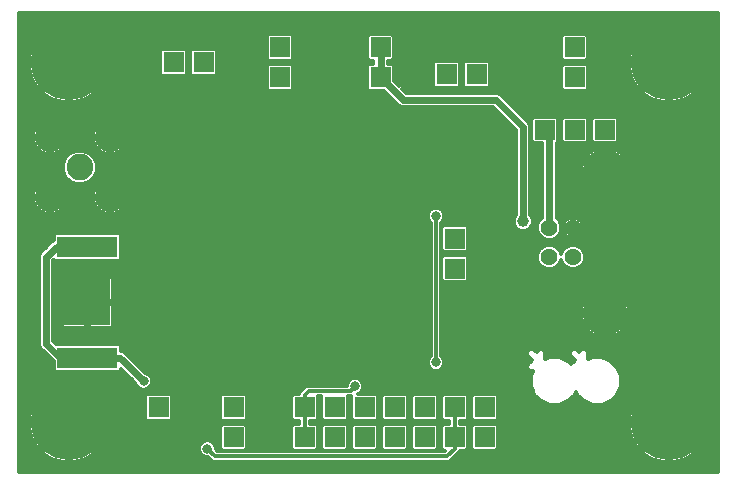
<source format=gbr>
G75*
G70*
%OFA0B0*%
%FSLAX24Y24*%
%IPPOS*%
%LPD*%
%AMOC8*
5,1,8,0,0,1.08239X$1,22.5*
%
%ADD10R,0.2008X0.0709*%
%ADD11R,0.1575X0.1575*%
%ADD12C,0.0562*%
%ADD13C,0.1500*%
%ADD14R,0.0650X0.0650*%
%ADD15C,0.1004*%
%ADD16C,0.0886*%
%ADD17C,0.2540*%
%ADD18C,0.0120*%
%ADD19C,0.0317*%
%ADD20C,0.0240*%
%ADD21C,0.0396*%
D10*
X011456Y004435D03*
X011456Y008135D03*
D11*
X011456Y006285D03*
D12*
X026856Y007793D03*
X027643Y007793D03*
X027643Y008777D03*
X026856Y008777D03*
D13*
X028706Y010647D03*
X028706Y005923D03*
D14*
X025706Y002785D03*
X024706Y002785D03*
X023706Y002785D03*
X022706Y002785D03*
X021706Y002785D03*
X020706Y002785D03*
X019706Y002785D03*
X018706Y002785D03*
X018706Y001785D03*
X019706Y001785D03*
X020706Y001785D03*
X021706Y001785D03*
X022706Y001785D03*
X023706Y001785D03*
X024706Y001785D03*
X025706Y001785D03*
X017331Y001785D03*
X016331Y001785D03*
X016331Y002785D03*
X017331Y002785D03*
X013831Y002785D03*
X013831Y001785D03*
X023706Y007410D03*
X023706Y008410D03*
X026706Y012035D03*
X027706Y012035D03*
X028706Y012035D03*
X028706Y013785D03*
X027706Y013785D03*
X026706Y013785D03*
X026706Y014785D03*
X027706Y014785D03*
X028706Y014785D03*
X025431Y013885D03*
X024431Y013885D03*
X023431Y013885D03*
X022231Y013785D03*
X021231Y013785D03*
X020231Y013785D03*
X020231Y014785D03*
X021231Y014785D03*
X022231Y014785D03*
X018881Y014785D03*
X017881Y014785D03*
X016881Y014785D03*
X016881Y013785D03*
X017881Y013785D03*
X018881Y013785D03*
X015331Y014285D03*
X014331Y014285D03*
X013331Y014285D03*
D15*
X012206Y011785D03*
X010206Y011785D03*
X010206Y009785D03*
X012206Y009785D03*
D16*
X011206Y010785D03*
D17*
X010831Y014285D03*
X010831Y002285D03*
X030831Y002285D03*
X030831Y014285D03*
D18*
X009191Y015925D02*
X009191Y000645D01*
X032471Y000645D01*
X032471Y015925D01*
X009191Y015925D01*
X009191Y015809D02*
X032471Y015809D01*
X032471Y015690D02*
X009191Y015690D01*
X009191Y015572D02*
X010490Y015572D01*
X010507Y015577D02*
X010382Y015539D01*
X010262Y015489D01*
X010146Y015427D01*
X010038Y015355D01*
X009937Y015272D01*
X009844Y015179D01*
X009761Y015078D01*
X009689Y014970D01*
X009627Y014854D01*
X009577Y014734D01*
X009539Y014609D01*
X009514Y014480D01*
X009501Y014350D01*
X009501Y014345D01*
X010771Y014345D01*
X010771Y015615D01*
X010766Y015615D01*
X010636Y015602D01*
X010507Y015577D01*
X010771Y015572D02*
X010891Y015572D01*
X010896Y015615D02*
X010891Y015615D01*
X010891Y014345D01*
X012161Y014345D01*
X012161Y014350D01*
X012148Y014480D01*
X012123Y014609D01*
X012085Y014734D01*
X012035Y014854D01*
X011973Y014970D01*
X011901Y015078D01*
X011818Y015179D01*
X011725Y015272D01*
X011624Y015355D01*
X011516Y015427D01*
X011400Y015489D01*
X011280Y015539D01*
X011155Y015577D01*
X011026Y015602D01*
X010896Y015615D01*
X010891Y015453D02*
X010771Y015453D01*
X010771Y015335D02*
X010891Y015335D01*
X010891Y015216D02*
X010771Y015216D01*
X010771Y015098D02*
X010891Y015098D01*
X010891Y014979D02*
X010771Y014979D01*
X010771Y014861D02*
X010891Y014861D01*
X010891Y014742D02*
X010771Y014742D01*
X010771Y014624D02*
X010891Y014624D01*
X010891Y014505D02*
X010771Y014505D01*
X010771Y014387D02*
X010891Y014387D01*
X010891Y014345D02*
X010771Y014345D01*
X010771Y014225D01*
X010891Y014225D01*
X010891Y014345D01*
X010891Y014268D02*
X013303Y014268D01*
X013303Y014257D02*
X012946Y014257D01*
X012946Y013948D01*
X012955Y013926D01*
X012972Y013909D01*
X012994Y013900D01*
X013303Y013900D01*
X013303Y014257D01*
X013358Y014257D01*
X013358Y013900D01*
X013668Y013900D01*
X013690Y013909D01*
X013707Y013926D01*
X013716Y013948D01*
X013716Y014257D01*
X013358Y014257D01*
X013358Y014313D01*
X013303Y014313D01*
X013303Y014670D01*
X012994Y014670D01*
X012972Y014661D01*
X012955Y014644D01*
X012946Y014622D01*
X012946Y014313D01*
X013303Y014313D01*
X013303Y014257D01*
X013358Y014268D02*
X013886Y014268D01*
X013886Y014150D02*
X013716Y014150D01*
X013716Y014031D02*
X013886Y014031D01*
X013886Y013913D02*
X013693Y013913D01*
X013886Y013910D02*
X013956Y013840D01*
X014706Y013840D01*
X014776Y013910D01*
X014776Y014660D01*
X014706Y014730D01*
X013956Y014730D01*
X013886Y014660D01*
X013886Y013910D01*
X013358Y013913D02*
X013303Y013913D01*
X013303Y014031D02*
X013358Y014031D01*
X013358Y014150D02*
X013303Y014150D01*
X013358Y014313D02*
X013716Y014313D01*
X013716Y014622D01*
X013707Y014644D01*
X013690Y014661D01*
X013668Y014670D01*
X013358Y014670D01*
X013358Y014313D01*
X013358Y014387D02*
X013303Y014387D01*
X013303Y014505D02*
X013358Y014505D01*
X013358Y014624D02*
X013303Y014624D01*
X012947Y014624D02*
X012118Y014624D01*
X012143Y014505D02*
X012946Y014505D01*
X012946Y014387D02*
X012157Y014387D01*
X012161Y014225D02*
X010891Y014225D01*
X010891Y012955D01*
X010896Y012955D01*
X011026Y012968D01*
X011155Y012993D01*
X011280Y013031D01*
X011400Y013081D01*
X011516Y013143D01*
X011624Y013215D01*
X011725Y013298D01*
X011818Y013391D01*
X011901Y013492D01*
X011973Y013600D01*
X012035Y013716D01*
X012085Y013836D01*
X012123Y013961D01*
X012148Y014090D01*
X012161Y014220D01*
X012161Y014225D01*
X012154Y014150D02*
X012946Y014150D01*
X012946Y014031D02*
X012137Y014031D01*
X012108Y013913D02*
X012969Y013913D01*
X012067Y013794D02*
X016853Y013794D01*
X016853Y013813D02*
X016853Y013757D01*
X016496Y013757D01*
X016496Y013448D01*
X016505Y013426D01*
X016522Y013409D01*
X016544Y013400D01*
X016853Y013400D01*
X016853Y013757D01*
X016908Y013757D01*
X016908Y013400D01*
X017218Y013400D01*
X017240Y013409D01*
X017257Y013426D01*
X017266Y013448D01*
X017266Y013757D01*
X016908Y013757D01*
X016908Y013813D01*
X016853Y013813D01*
X016853Y014170D01*
X016544Y014170D01*
X016522Y014161D01*
X016505Y014144D01*
X016496Y014122D01*
X016496Y013813D01*
X016853Y013813D01*
X016908Y013813D02*
X016908Y014170D01*
X017218Y014170D01*
X017240Y014161D01*
X017257Y014144D01*
X017266Y014122D01*
X017266Y013813D01*
X016908Y013813D01*
X016908Y013794D02*
X017436Y013794D01*
X017436Y013676D02*
X017266Y013676D01*
X017266Y013557D02*
X017436Y013557D01*
X017436Y013439D02*
X017262Y013439D01*
X017436Y013410D02*
X017506Y013340D01*
X018256Y013340D01*
X018326Y013410D01*
X018326Y014160D01*
X018256Y014230D01*
X017506Y014230D01*
X017436Y014160D01*
X017436Y013410D01*
X017436Y013913D02*
X017266Y013913D01*
X017266Y014031D02*
X017436Y014031D01*
X017436Y014150D02*
X017251Y014150D01*
X017460Y014387D02*
X015776Y014387D01*
X015776Y014505D02*
X016496Y014505D01*
X016496Y014448D02*
X016505Y014426D01*
X016522Y014409D01*
X016544Y014400D01*
X016853Y014400D01*
X016853Y014757D01*
X016496Y014757D01*
X016496Y014448D01*
X016496Y014624D02*
X015776Y014624D01*
X015776Y014660D02*
X015706Y014730D01*
X014956Y014730D01*
X014886Y014660D01*
X014886Y013910D01*
X014956Y013840D01*
X015706Y013840D01*
X015776Y013910D01*
X015776Y014660D01*
X015776Y014268D02*
X020991Y014268D01*
X020991Y014230D02*
X020856Y014230D01*
X020786Y014160D01*
X020786Y013410D01*
X020856Y013340D01*
X021337Y013340D01*
X021845Y012832D01*
X021933Y012795D01*
X024982Y012795D01*
X025741Y012036D01*
X025741Y009195D01*
X025711Y009165D01*
X025663Y009048D01*
X025663Y008922D01*
X025711Y008805D01*
X025801Y008715D01*
X025918Y008667D01*
X026044Y008667D01*
X026161Y008715D01*
X026251Y008805D01*
X026299Y008922D01*
X026299Y009048D01*
X026251Y009165D01*
X026221Y009195D01*
X026221Y012183D01*
X026184Y012271D01*
X025284Y013171D01*
X025217Y013238D01*
X025129Y013275D01*
X022080Y013275D01*
X021955Y013400D01*
X022203Y013400D01*
X022203Y013757D01*
X021846Y013757D01*
X021846Y013509D01*
X021676Y013679D01*
X021676Y014160D01*
X021606Y014230D01*
X021471Y014230D01*
X021471Y014340D01*
X021606Y014340D01*
X021676Y014410D01*
X021676Y015160D01*
X021606Y015230D01*
X020856Y015230D01*
X020786Y015160D01*
X020786Y014410D01*
X020856Y014340D01*
X020991Y014340D01*
X020991Y014230D01*
X020786Y014150D02*
X020601Y014150D01*
X020607Y014144D02*
X020590Y014161D01*
X020568Y014170D01*
X020258Y014170D01*
X020258Y013813D01*
X020203Y013813D01*
X020203Y014170D01*
X019894Y014170D01*
X019872Y014161D01*
X019855Y014144D01*
X019846Y014122D01*
X019846Y013813D01*
X020203Y013813D01*
X020203Y013757D01*
X020258Y013757D01*
X020258Y013400D01*
X020568Y013400D01*
X020590Y013409D01*
X020607Y013426D01*
X020616Y013448D01*
X020616Y013757D01*
X020258Y013757D01*
X020258Y013813D01*
X020616Y013813D01*
X020616Y014122D01*
X020607Y014144D01*
X020616Y014031D02*
X020786Y014031D01*
X020786Y013913D02*
X020616Y013913D01*
X020786Y013794D02*
X020258Y013794D01*
X020203Y013794D02*
X018908Y013794D01*
X018908Y013813D02*
X019266Y013813D01*
X019266Y014122D01*
X019257Y014144D01*
X019240Y014161D01*
X019218Y014170D01*
X018908Y014170D01*
X018908Y013813D01*
X018853Y013813D01*
X018853Y014170D01*
X018544Y014170D01*
X018522Y014161D01*
X018505Y014144D01*
X018496Y014122D01*
X018496Y013813D01*
X018853Y013813D01*
X018853Y013757D01*
X018496Y013757D01*
X018496Y013448D01*
X018505Y013426D01*
X018522Y013409D01*
X018544Y013400D01*
X018853Y013400D01*
X018853Y013757D01*
X018908Y013757D01*
X018908Y013400D01*
X019218Y013400D01*
X019240Y013409D01*
X019257Y013426D01*
X019266Y013448D01*
X019266Y013757D01*
X018908Y013757D01*
X018908Y013813D01*
X018853Y013794D02*
X018326Y013794D01*
X018326Y013676D02*
X018496Y013676D01*
X018496Y013557D02*
X018326Y013557D01*
X018326Y013439D02*
X018500Y013439D01*
X018853Y013439D02*
X018908Y013439D01*
X018908Y013557D02*
X018853Y013557D01*
X018853Y013676D02*
X018908Y013676D01*
X018908Y013913D02*
X018853Y013913D01*
X018853Y014031D02*
X018908Y014031D01*
X018908Y014150D02*
X018853Y014150D01*
X018511Y014150D02*
X018326Y014150D01*
X018326Y014031D02*
X018496Y014031D01*
X018496Y013913D02*
X018326Y013913D01*
X018256Y014340D02*
X017506Y014340D01*
X017436Y014410D01*
X017436Y015160D01*
X017506Y015230D01*
X018256Y015230D01*
X018326Y015160D01*
X018326Y014410D01*
X018256Y014340D01*
X018302Y014387D02*
X020810Y014387D01*
X020786Y014505D02*
X020616Y014505D01*
X020616Y014448D02*
X020616Y014757D01*
X020258Y014757D01*
X020258Y014400D01*
X020568Y014400D01*
X020590Y014409D01*
X020607Y014426D01*
X020616Y014448D01*
X020616Y014624D02*
X020786Y014624D01*
X020786Y014742D02*
X020616Y014742D01*
X020616Y014813D02*
X020616Y015122D01*
X020607Y015144D01*
X020590Y015161D01*
X020568Y015170D01*
X020258Y015170D01*
X020258Y014813D01*
X020203Y014813D01*
X020203Y015170D01*
X019894Y015170D01*
X019872Y015161D01*
X019855Y015144D01*
X019846Y015122D01*
X019846Y014813D01*
X020203Y014813D01*
X020203Y014757D01*
X020258Y014757D01*
X020258Y014813D01*
X020616Y014813D01*
X020616Y014861D02*
X020786Y014861D01*
X020786Y014979D02*
X020616Y014979D01*
X020616Y015098D02*
X020786Y015098D01*
X020842Y015216D02*
X018270Y015216D01*
X018326Y015098D02*
X018496Y015098D01*
X018496Y015122D02*
X018496Y014813D01*
X018853Y014813D01*
X018853Y015170D01*
X018544Y015170D01*
X018522Y015161D01*
X018505Y015144D01*
X018496Y015122D01*
X018496Y014979D02*
X018326Y014979D01*
X018326Y014861D02*
X018496Y014861D01*
X018496Y014757D02*
X018496Y014448D01*
X018505Y014426D01*
X018522Y014409D01*
X018544Y014400D01*
X018853Y014400D01*
X018853Y014757D01*
X018496Y014757D01*
X018496Y014742D02*
X018326Y014742D01*
X018326Y014624D02*
X018496Y014624D01*
X018496Y014505D02*
X018326Y014505D01*
X018853Y014505D02*
X018908Y014505D01*
X018908Y014400D02*
X019218Y014400D01*
X019240Y014409D01*
X019257Y014426D01*
X019266Y014448D01*
X019266Y014757D01*
X018908Y014757D01*
X018908Y014400D01*
X018908Y014624D02*
X018853Y014624D01*
X018853Y014742D02*
X018908Y014742D01*
X018908Y014757D02*
X018853Y014757D01*
X018853Y014813D01*
X018908Y014813D01*
X018908Y015170D01*
X019218Y015170D01*
X019240Y015161D01*
X019257Y015144D01*
X019266Y015122D01*
X019266Y014813D01*
X018908Y014813D01*
X018908Y014757D01*
X018908Y014861D02*
X018853Y014861D01*
X018853Y014979D02*
X018908Y014979D01*
X018908Y015098D02*
X018853Y015098D01*
X019266Y015098D02*
X019846Y015098D01*
X019846Y014979D02*
X019266Y014979D01*
X019266Y014861D02*
X019846Y014861D01*
X019846Y014757D02*
X019846Y014448D01*
X019855Y014426D01*
X019872Y014409D01*
X019894Y014400D01*
X020203Y014400D01*
X020203Y014757D01*
X019846Y014757D01*
X019846Y014742D02*
X019266Y014742D01*
X019266Y014624D02*
X019846Y014624D01*
X019846Y014505D02*
X019266Y014505D01*
X019251Y014150D02*
X019861Y014150D01*
X019846Y014031D02*
X019266Y014031D01*
X019266Y013913D02*
X019846Y013913D01*
X019846Y013757D02*
X019846Y013448D01*
X019855Y013426D01*
X019872Y013409D01*
X019894Y013400D01*
X020203Y013400D01*
X020203Y013757D01*
X019846Y013757D01*
X019846Y013676D02*
X019266Y013676D01*
X019266Y013557D02*
X019846Y013557D01*
X019850Y013439D02*
X019262Y013439D01*
X020203Y013439D02*
X020258Y013439D01*
X020258Y013557D02*
X020203Y013557D01*
X020203Y013676D02*
X020258Y013676D01*
X020258Y013913D02*
X020203Y013913D01*
X020203Y014031D02*
X020258Y014031D01*
X020258Y014150D02*
X020203Y014150D01*
X020203Y014505D02*
X020258Y014505D01*
X020258Y014624D02*
X020203Y014624D01*
X020203Y014742D02*
X020258Y014742D01*
X020258Y014861D02*
X020203Y014861D01*
X020203Y014979D02*
X020258Y014979D01*
X020258Y015098D02*
X020203Y015098D01*
X021620Y015216D02*
X027317Y015216D01*
X027331Y015230D02*
X027261Y015160D01*
X027261Y014410D01*
X027331Y014340D01*
X028081Y014340D01*
X028151Y014410D01*
X028151Y015160D01*
X028081Y015230D01*
X027331Y015230D01*
X027261Y015098D02*
X027091Y015098D01*
X027091Y015122D02*
X027082Y015144D01*
X027065Y015161D01*
X027043Y015170D01*
X026733Y015170D01*
X026733Y014813D01*
X026678Y014813D01*
X026678Y015170D01*
X026369Y015170D01*
X026347Y015161D01*
X026330Y015144D01*
X026321Y015122D01*
X026321Y014813D01*
X026678Y014813D01*
X026678Y014757D01*
X026321Y014757D01*
X026321Y014448D01*
X026330Y014426D01*
X026347Y014409D01*
X026369Y014400D01*
X026678Y014400D01*
X026678Y014757D01*
X026733Y014757D01*
X026733Y014400D01*
X027043Y014400D01*
X027065Y014409D01*
X027082Y014426D01*
X027091Y014448D01*
X027091Y014757D01*
X026733Y014757D01*
X026733Y014813D01*
X027091Y014813D01*
X027091Y015122D01*
X027091Y014979D02*
X027261Y014979D01*
X027261Y014861D02*
X027091Y014861D01*
X027091Y014742D02*
X027261Y014742D01*
X027261Y014624D02*
X027091Y014624D01*
X027091Y014505D02*
X027261Y014505D01*
X027285Y014387D02*
X021652Y014387D01*
X021676Y014505D02*
X021846Y014505D01*
X021846Y014448D02*
X021855Y014426D01*
X021872Y014409D01*
X021894Y014400D01*
X022203Y014400D01*
X022203Y014757D01*
X022258Y014757D01*
X022258Y014400D01*
X022568Y014400D01*
X022590Y014409D01*
X022607Y014426D01*
X022616Y014448D01*
X022616Y014757D01*
X022258Y014757D01*
X022258Y014813D01*
X022203Y014813D01*
X022203Y015170D01*
X021894Y015170D01*
X021872Y015161D01*
X021855Y015144D01*
X021846Y015122D01*
X021846Y014813D01*
X022203Y014813D01*
X022203Y014757D01*
X021846Y014757D01*
X021846Y014448D01*
X021846Y014624D02*
X021676Y014624D01*
X021676Y014742D02*
X021846Y014742D01*
X021846Y014861D02*
X021676Y014861D01*
X021676Y014979D02*
X021846Y014979D01*
X021846Y015098D02*
X021676Y015098D01*
X022203Y015098D02*
X022258Y015098D01*
X022258Y015170D02*
X022568Y015170D01*
X022590Y015161D01*
X022607Y015144D01*
X022616Y015122D01*
X022616Y014813D01*
X022258Y014813D01*
X022258Y015170D01*
X022258Y014979D02*
X022203Y014979D01*
X022203Y014861D02*
X022258Y014861D01*
X022258Y014742D02*
X022203Y014742D01*
X022203Y014624D02*
X022258Y014624D01*
X022258Y014505D02*
X022203Y014505D01*
X022616Y014505D02*
X026321Y014505D01*
X026321Y014624D02*
X022616Y014624D01*
X022616Y014742D02*
X026321Y014742D01*
X026321Y014861D02*
X022616Y014861D01*
X022616Y014979D02*
X026321Y014979D01*
X026321Y015098D02*
X022616Y015098D01*
X023056Y014330D02*
X022986Y014260D01*
X022986Y013510D01*
X023056Y013440D01*
X023806Y013440D01*
X023876Y013510D01*
X023876Y014260D01*
X023806Y014330D01*
X023056Y014330D01*
X022994Y014268D02*
X021471Y014268D01*
X021676Y014150D02*
X021861Y014150D01*
X021855Y014144D02*
X021846Y014122D01*
X021846Y013813D01*
X022203Y013813D01*
X022203Y014170D01*
X021894Y014170D01*
X021872Y014161D01*
X021855Y014144D01*
X021846Y014031D02*
X021676Y014031D01*
X021676Y013913D02*
X021846Y013913D01*
X021676Y013794D02*
X022203Y013794D01*
X022203Y013813D02*
X022203Y013757D01*
X022258Y013757D01*
X022258Y013400D01*
X022568Y013400D01*
X022590Y013409D01*
X022607Y013426D01*
X022616Y013448D01*
X022616Y013757D01*
X022258Y013757D01*
X022258Y013813D01*
X022203Y013813D01*
X022258Y013813D02*
X022258Y014170D01*
X022568Y014170D01*
X022590Y014161D01*
X022607Y014144D01*
X022616Y014122D01*
X022616Y013813D01*
X022258Y013813D01*
X022258Y013794D02*
X022986Y013794D01*
X022986Y013676D02*
X022616Y013676D01*
X022616Y013557D02*
X022986Y013557D01*
X022612Y013439D02*
X026325Y013439D01*
X026321Y013448D02*
X026330Y013426D01*
X026347Y013409D01*
X026369Y013400D01*
X026678Y013400D01*
X026678Y013757D01*
X026321Y013757D01*
X026321Y013448D01*
X026321Y013557D02*
X025816Y013557D01*
X025816Y013548D02*
X025816Y013857D01*
X025458Y013857D01*
X025458Y013500D01*
X025768Y013500D01*
X025790Y013509D01*
X025807Y013526D01*
X025816Y013548D01*
X025816Y013676D02*
X026321Y013676D01*
X026321Y013813D02*
X026678Y013813D01*
X026678Y014170D01*
X026369Y014170D01*
X026347Y014161D01*
X026330Y014144D01*
X026321Y014122D01*
X026321Y013813D01*
X026321Y013913D02*
X025816Y013913D01*
X025816Y014222D01*
X025807Y014244D01*
X025790Y014261D01*
X025768Y014270D01*
X025458Y014270D01*
X025458Y013913D01*
X025403Y013913D01*
X025403Y014270D01*
X025094Y014270D01*
X025072Y014261D01*
X025055Y014244D01*
X025046Y014222D01*
X025046Y013913D01*
X024876Y013913D01*
X024876Y014031D02*
X025046Y014031D01*
X025046Y013913D02*
X025403Y013913D01*
X025458Y013913D01*
X025816Y013913D01*
X025816Y014031D02*
X026321Y014031D01*
X026336Y014150D02*
X025816Y014150D01*
X025773Y014268D02*
X030771Y014268D01*
X030771Y014225D02*
X029501Y014225D01*
X029501Y014220D01*
X029514Y014090D01*
X029539Y013961D01*
X029577Y013836D01*
X029627Y013716D01*
X029689Y013600D01*
X029761Y013492D01*
X029844Y013391D01*
X029937Y013298D01*
X030038Y013215D01*
X030146Y013143D01*
X030262Y013081D01*
X030382Y013031D01*
X030507Y012993D01*
X030636Y012968D01*
X030766Y012955D01*
X030771Y012955D01*
X030771Y014225D01*
X030891Y014225D01*
X030891Y014345D01*
X032161Y014345D01*
X032161Y014350D01*
X032148Y014480D01*
X032123Y014609D01*
X032085Y014734D01*
X032035Y014854D01*
X031973Y014970D01*
X031901Y015078D01*
X031818Y015179D01*
X031725Y015272D01*
X031624Y015355D01*
X031516Y015427D01*
X031400Y015489D01*
X031280Y015539D01*
X031155Y015577D01*
X031026Y015602D01*
X030896Y015615D01*
X030891Y015615D01*
X030891Y014345D01*
X030771Y014345D01*
X030771Y015615D01*
X030766Y015615D01*
X030636Y015602D01*
X030507Y015577D01*
X030382Y015539D01*
X030262Y015489D01*
X030146Y015427D01*
X030038Y015355D01*
X029937Y015272D01*
X029844Y015179D01*
X029761Y015078D01*
X029689Y014970D01*
X029627Y014854D01*
X029577Y014734D01*
X029539Y014609D01*
X029514Y014480D01*
X029501Y014350D01*
X029501Y014345D01*
X030771Y014345D01*
X030771Y014225D01*
X030771Y014150D02*
X030891Y014150D01*
X030891Y014225D02*
X030891Y012955D01*
X030896Y012955D01*
X031026Y012968D01*
X031155Y012993D01*
X031280Y013031D01*
X031400Y013081D01*
X031516Y013143D01*
X031624Y013215D01*
X031725Y013298D01*
X031818Y013391D01*
X031901Y013492D01*
X031973Y013600D01*
X032035Y013716D01*
X032085Y013836D01*
X032123Y013961D01*
X032148Y014090D01*
X032161Y014220D01*
X032161Y014225D01*
X030891Y014225D01*
X030891Y014268D02*
X032471Y014268D01*
X032471Y014150D02*
X032154Y014150D01*
X032137Y014031D02*
X032471Y014031D01*
X032471Y013913D02*
X032108Y013913D01*
X032067Y013794D02*
X032471Y013794D01*
X032471Y013676D02*
X032013Y013676D01*
X031944Y013557D02*
X032471Y013557D01*
X032471Y013439D02*
X031857Y013439D01*
X031747Y013320D02*
X032471Y013320D01*
X032471Y013202D02*
X031603Y013202D01*
X031404Y013083D02*
X032471Y013083D01*
X032471Y012965D02*
X030993Y012965D01*
X030891Y012965D02*
X030771Y012965D01*
X030669Y012965D02*
X025491Y012965D01*
X025372Y013083D02*
X030258Y013083D01*
X030059Y013202D02*
X025254Y013202D01*
X025403Y013500D02*
X025094Y013500D01*
X025072Y013509D01*
X025055Y013526D01*
X025046Y013548D01*
X025046Y013857D01*
X025403Y013857D01*
X025458Y013857D01*
X025458Y013913D01*
X025403Y013913D02*
X025403Y013857D01*
X025403Y013500D01*
X025403Y013557D02*
X025458Y013557D01*
X025458Y013676D02*
X025403Y013676D01*
X025403Y013794D02*
X025458Y013794D01*
X025458Y014031D02*
X025403Y014031D01*
X025403Y014150D02*
X025458Y014150D01*
X025458Y014268D02*
X025403Y014268D01*
X025089Y014268D02*
X024868Y014268D01*
X024876Y014260D02*
X024806Y014330D01*
X024056Y014330D01*
X023986Y014260D01*
X023986Y013510D01*
X024056Y013440D01*
X024806Y013440D01*
X024876Y013510D01*
X024876Y014260D01*
X024876Y014150D02*
X025046Y014150D01*
X025046Y013794D02*
X024876Y013794D01*
X024876Y013676D02*
X025046Y013676D01*
X025046Y013557D02*
X024876Y013557D01*
X023986Y013557D02*
X023876Y013557D01*
X023876Y013676D02*
X023986Y013676D01*
X023986Y013794D02*
X023876Y013794D01*
X023876Y013913D02*
X023986Y013913D01*
X023986Y014031D02*
X023876Y014031D01*
X023876Y014150D02*
X023986Y014150D01*
X023994Y014268D02*
X023868Y014268D01*
X022986Y014150D02*
X022601Y014150D01*
X022616Y014031D02*
X022986Y014031D01*
X022986Y013913D02*
X022616Y013913D01*
X022258Y013913D02*
X022203Y013913D01*
X022203Y014031D02*
X022258Y014031D01*
X022258Y014150D02*
X022203Y014150D01*
X022203Y013676D02*
X022258Y013676D01*
X022258Y013557D02*
X022203Y013557D01*
X022203Y013439D02*
X022258Y013439D01*
X022035Y013320D02*
X029915Y013320D01*
X029805Y013439D02*
X029087Y013439D01*
X029091Y013448D02*
X029091Y013757D01*
X028733Y013757D01*
X028733Y013400D01*
X029043Y013400D01*
X029065Y013409D01*
X029082Y013426D01*
X029091Y013448D01*
X029091Y013557D02*
X029718Y013557D01*
X029649Y013676D02*
X029091Y013676D01*
X029091Y013813D02*
X028733Y013813D01*
X028678Y013813D01*
X028678Y014170D01*
X028369Y014170D01*
X028347Y014161D01*
X028330Y014144D01*
X028321Y014122D01*
X028321Y013813D01*
X028678Y013813D01*
X028678Y013757D01*
X028321Y013757D01*
X028321Y013448D01*
X028330Y013426D01*
X028347Y013409D01*
X028369Y013400D01*
X028678Y013400D01*
X028678Y013757D01*
X028733Y013757D01*
X028733Y013813D01*
X028733Y014170D01*
X029043Y014170D01*
X029065Y014161D01*
X029082Y014144D01*
X029091Y014122D01*
X029091Y013813D01*
X029091Y013913D02*
X029554Y013913D01*
X029525Y014031D02*
X029091Y014031D01*
X029076Y014150D02*
X029508Y014150D01*
X029505Y014387D02*
X028127Y014387D01*
X028151Y014505D02*
X028321Y014505D01*
X028321Y014448D02*
X028330Y014426D01*
X028347Y014409D01*
X028369Y014400D01*
X028678Y014400D01*
X028678Y014757D01*
X028321Y014757D01*
X028321Y014448D01*
X028321Y014624D02*
X028151Y014624D01*
X028151Y014742D02*
X028321Y014742D01*
X028321Y014813D02*
X028678Y014813D01*
X028678Y015170D01*
X028369Y015170D01*
X028347Y015161D01*
X028330Y015144D01*
X028321Y015122D01*
X028321Y014813D01*
X028321Y014861D02*
X028151Y014861D01*
X028151Y014979D02*
X028321Y014979D01*
X028321Y015098D02*
X028151Y015098D01*
X028095Y015216D02*
X029881Y015216D01*
X029777Y015098D02*
X029091Y015098D01*
X029091Y015122D02*
X029082Y015144D01*
X029065Y015161D01*
X029043Y015170D01*
X028733Y015170D01*
X028733Y014813D01*
X028678Y014813D01*
X028678Y014757D01*
X028733Y014757D01*
X028733Y014400D01*
X029043Y014400D01*
X029065Y014409D01*
X029082Y014426D01*
X029091Y014448D01*
X029091Y014757D01*
X028733Y014757D01*
X028733Y014813D01*
X029091Y014813D01*
X029091Y015122D01*
X029091Y014979D02*
X029695Y014979D01*
X029631Y014861D02*
X029091Y014861D01*
X029091Y014742D02*
X029581Y014742D01*
X029544Y014624D02*
X029091Y014624D01*
X029091Y014505D02*
X029519Y014505D01*
X028733Y014505D02*
X028678Y014505D01*
X028678Y014624D02*
X028733Y014624D01*
X028733Y014742D02*
X028678Y014742D01*
X028678Y014861D02*
X028733Y014861D01*
X028733Y014979D02*
X028678Y014979D01*
X028678Y015098D02*
X028733Y015098D01*
X030013Y015335D02*
X011649Y015335D01*
X011781Y015216D02*
X017492Y015216D01*
X017436Y015098D02*
X017266Y015098D01*
X017266Y015122D02*
X017257Y015144D01*
X017240Y015161D01*
X017218Y015170D01*
X016908Y015170D01*
X016908Y014813D01*
X016853Y014813D01*
X016853Y015170D01*
X016544Y015170D01*
X016522Y015161D01*
X016505Y015144D01*
X016496Y015122D01*
X016496Y014813D01*
X016853Y014813D01*
X016853Y014757D01*
X016908Y014757D01*
X016908Y014400D01*
X017218Y014400D01*
X017240Y014409D01*
X017257Y014426D01*
X017266Y014448D01*
X017266Y014757D01*
X016908Y014757D01*
X016908Y014813D01*
X017266Y014813D01*
X017266Y015122D01*
X017266Y014979D02*
X017436Y014979D01*
X017436Y014861D02*
X017266Y014861D01*
X017266Y014742D02*
X017436Y014742D01*
X017436Y014624D02*
X017266Y014624D01*
X017266Y014505D02*
X017436Y014505D01*
X016908Y014505D02*
X016853Y014505D01*
X016853Y014624D02*
X016908Y014624D01*
X016908Y014742D02*
X016853Y014742D01*
X016853Y014861D02*
X016908Y014861D01*
X016908Y014979D02*
X016853Y014979D01*
X016853Y015098D02*
X016908Y015098D01*
X016496Y015098D02*
X011885Y015098D01*
X011967Y014979D02*
X016496Y014979D01*
X016496Y014861D02*
X012031Y014861D01*
X012081Y014742D02*
X016496Y014742D01*
X016511Y014150D02*
X015776Y014150D01*
X015776Y014031D02*
X016496Y014031D01*
X016496Y013913D02*
X015776Y013913D01*
X016496Y013676D02*
X012013Y013676D01*
X011944Y013557D02*
X016496Y013557D01*
X016500Y013439D02*
X011857Y013439D01*
X011747Y013320D02*
X021357Y013320D01*
X021475Y013202D02*
X011603Y013202D01*
X011404Y013083D02*
X021594Y013083D01*
X021712Y012965D02*
X010993Y012965D01*
X010891Y012965D02*
X010771Y012965D01*
X010771Y012955D02*
X010771Y014225D01*
X009501Y014225D01*
X009501Y014220D01*
X009514Y014090D01*
X009539Y013961D01*
X009577Y013836D01*
X009627Y013716D01*
X009689Y013600D01*
X009761Y013492D01*
X009844Y013391D01*
X009937Y013298D01*
X010038Y013215D01*
X010146Y013143D01*
X010262Y013081D01*
X010382Y013031D01*
X010507Y012993D01*
X010636Y012968D01*
X010766Y012955D01*
X010771Y012955D01*
X010669Y012965D02*
X009191Y012965D01*
X009191Y013083D02*
X010258Y013083D01*
X010059Y013202D02*
X009191Y013202D01*
X009191Y013320D02*
X009915Y013320D01*
X009805Y013439D02*
X009191Y013439D01*
X009191Y013557D02*
X009718Y013557D01*
X009649Y013676D02*
X009191Y013676D01*
X009191Y013794D02*
X009595Y013794D01*
X009554Y013913D02*
X009191Y013913D01*
X009191Y014031D02*
X009525Y014031D01*
X009508Y014150D02*
X009191Y014150D01*
X009191Y014268D02*
X010771Y014268D01*
X010771Y014150D02*
X010891Y014150D01*
X010891Y014031D02*
X010771Y014031D01*
X010771Y013913D02*
X010891Y013913D01*
X010891Y013794D02*
X010771Y013794D01*
X010771Y013676D02*
X010891Y013676D01*
X010891Y013557D02*
X010771Y013557D01*
X010771Y013439D02*
X010891Y013439D01*
X010891Y013320D02*
X010771Y013320D01*
X010771Y013202D02*
X010891Y013202D01*
X010891Y013083D02*
X010771Y013083D01*
X010422Y012306D02*
X010338Y012333D01*
X010266Y012344D01*
X010266Y011845D01*
X010765Y011845D01*
X010754Y011917D01*
X010727Y012001D01*
X010687Y012080D01*
X010635Y012151D01*
X010572Y012214D01*
X010501Y012266D01*
X010422Y012306D01*
X010517Y012254D02*
X011895Y012254D01*
X011911Y012266D02*
X011840Y012214D01*
X011777Y012151D01*
X011725Y012080D01*
X011685Y012001D01*
X011658Y011917D01*
X011646Y011845D01*
X012146Y011845D01*
X012146Y012344D01*
X012074Y012333D01*
X011990Y012306D01*
X011911Y012266D01*
X011766Y012135D02*
X010646Y012135D01*
X010719Y012017D02*
X011693Y012017D01*
X011655Y011898D02*
X010757Y011898D01*
X010765Y011725D02*
X010266Y011725D01*
X010266Y011845D01*
X010146Y011845D01*
X010146Y012344D01*
X010074Y012333D01*
X009990Y012306D01*
X009911Y012266D01*
X009840Y012214D01*
X009777Y012151D01*
X009725Y012080D01*
X009685Y012001D01*
X009658Y011917D01*
X009646Y011845D01*
X010146Y011845D01*
X010146Y011725D01*
X010266Y011725D01*
X010266Y011226D01*
X010338Y011237D01*
X010422Y011264D01*
X010501Y011304D01*
X010572Y011356D01*
X010635Y011419D01*
X010687Y011490D01*
X010727Y011569D01*
X010754Y011653D01*
X010765Y011725D01*
X010755Y011661D02*
X011657Y011661D01*
X011658Y011653D02*
X011685Y011569D01*
X011725Y011490D01*
X011777Y011419D01*
X011840Y011356D01*
X011911Y011304D01*
X011990Y011264D01*
X012074Y011237D01*
X012146Y011226D01*
X012146Y011725D01*
X012266Y011725D01*
X012266Y011845D01*
X012765Y011845D01*
X012754Y011917D01*
X012727Y012001D01*
X012687Y012080D01*
X012635Y012151D01*
X012572Y012214D01*
X012501Y012266D01*
X012422Y012306D01*
X012338Y012333D01*
X012266Y012344D01*
X012266Y011845D01*
X012146Y011845D01*
X012146Y011725D01*
X011646Y011725D01*
X011658Y011653D01*
X011699Y011543D02*
X010713Y011543D01*
X010638Y011424D02*
X011774Y011424D01*
X011910Y011306D02*
X011420Y011306D01*
X011318Y011348D02*
X011525Y011262D01*
X011683Y011104D01*
X011769Y010897D01*
X011769Y010673D01*
X011683Y010466D01*
X011525Y010308D01*
X011318Y010222D01*
X011094Y010222D01*
X010887Y010308D01*
X010729Y010466D01*
X010643Y010673D01*
X010643Y010897D01*
X010729Y011104D01*
X010887Y011262D01*
X011094Y011348D01*
X011318Y011348D01*
X011600Y011187D02*
X025741Y011187D01*
X025741Y011069D02*
X011698Y011069D01*
X011747Y010950D02*
X025741Y010950D01*
X025741Y010832D02*
X011769Y010832D01*
X011769Y010713D02*
X025741Y010713D01*
X025741Y010595D02*
X011736Y010595D01*
X011687Y010476D02*
X025741Y010476D01*
X025741Y010358D02*
X011575Y010358D01*
X011359Y010239D02*
X011875Y010239D01*
X011840Y010214D02*
X011911Y010266D01*
X011990Y010306D01*
X012074Y010333D01*
X012146Y010344D01*
X012146Y009845D01*
X012266Y009845D01*
X012765Y009845D01*
X012754Y009917D01*
X012727Y010001D01*
X012687Y010080D01*
X012635Y010151D01*
X012572Y010214D01*
X012501Y010266D01*
X012422Y010306D01*
X012338Y010333D01*
X012266Y010344D01*
X012266Y009845D01*
X012266Y009725D01*
X012765Y009725D01*
X012754Y009653D01*
X012727Y009569D01*
X012687Y009490D01*
X012635Y009419D01*
X012572Y009356D01*
X012501Y009304D01*
X012422Y009264D01*
X012338Y009237D01*
X012266Y009226D01*
X012266Y009725D01*
X012146Y009725D01*
X012146Y009226D01*
X012074Y009237D01*
X011990Y009264D01*
X011911Y009304D01*
X011840Y009356D01*
X011777Y009419D01*
X011725Y009490D01*
X011685Y009569D01*
X011658Y009653D01*
X011646Y009725D01*
X012146Y009725D01*
X012146Y009845D01*
X011646Y009845D01*
X011658Y009917D01*
X011685Y010001D01*
X011725Y010080D01*
X011777Y010151D01*
X011840Y010214D01*
X011755Y010121D02*
X010657Y010121D01*
X010635Y010151D02*
X010572Y010214D01*
X010501Y010266D01*
X010422Y010306D01*
X010338Y010333D01*
X010266Y010344D01*
X010266Y009845D01*
X010765Y009845D01*
X010754Y009917D01*
X010727Y010001D01*
X010687Y010080D01*
X010635Y010151D01*
X010537Y010239D02*
X011053Y010239D01*
X010837Y010358D02*
X009191Y010358D01*
X009191Y010476D02*
X010725Y010476D01*
X010676Y010595D02*
X009191Y010595D01*
X009191Y010713D02*
X010643Y010713D01*
X010643Y010832D02*
X009191Y010832D01*
X009191Y010950D02*
X010665Y010950D01*
X010714Y011069D02*
X009191Y011069D01*
X009191Y011187D02*
X010812Y011187D01*
X010992Y011306D02*
X010502Y011306D01*
X010266Y011306D02*
X010146Y011306D01*
X010146Y011226D02*
X010146Y011725D01*
X009646Y011725D01*
X009658Y011653D01*
X009685Y011569D01*
X009725Y011490D01*
X009777Y011419D01*
X009840Y011356D01*
X009911Y011304D01*
X009990Y011264D01*
X010074Y011237D01*
X010146Y011226D01*
X010146Y011424D02*
X010266Y011424D01*
X010266Y011543D02*
X010146Y011543D01*
X010146Y011661D02*
X010266Y011661D01*
X010266Y011780D02*
X012146Y011780D01*
X012146Y011898D02*
X012266Y011898D01*
X012266Y011780D02*
X025741Y011780D01*
X025741Y011898D02*
X012757Y011898D01*
X012719Y012017D02*
X025741Y012017D01*
X025642Y012135D02*
X012646Y012135D01*
X012517Y012254D02*
X025523Y012254D01*
X025405Y012372D02*
X009191Y012372D01*
X009191Y012254D02*
X009895Y012254D01*
X009766Y012135D02*
X009191Y012135D01*
X009191Y012017D02*
X009693Y012017D01*
X009655Y011898D02*
X009191Y011898D01*
X009191Y011780D02*
X010146Y011780D01*
X010146Y011898D02*
X010266Y011898D01*
X010266Y012017D02*
X010146Y012017D01*
X010146Y012135D02*
X010266Y012135D01*
X010266Y012254D02*
X010146Y012254D01*
X009657Y011661D02*
X009191Y011661D01*
X009191Y011543D02*
X009699Y011543D01*
X009774Y011424D02*
X009191Y011424D01*
X009191Y011306D02*
X009910Y011306D01*
X010074Y010333D02*
X009990Y010306D01*
X009911Y010266D01*
X009840Y010214D01*
X009777Y010151D01*
X009725Y010080D01*
X009685Y010001D01*
X009658Y009917D01*
X009646Y009845D01*
X010146Y009845D01*
X010146Y010344D01*
X010074Y010333D01*
X010146Y010239D02*
X010266Y010239D01*
X010266Y010121D02*
X010146Y010121D01*
X010146Y010002D02*
X010266Y010002D01*
X010266Y009884D02*
X010146Y009884D01*
X010146Y009845D02*
X010266Y009845D01*
X010266Y009725D01*
X010765Y009725D01*
X010754Y009653D01*
X010727Y009569D01*
X010687Y009490D01*
X010635Y009419D01*
X010572Y009356D01*
X010501Y009304D01*
X010422Y009264D01*
X010338Y009237D01*
X010266Y009226D01*
X010266Y009725D01*
X010146Y009725D01*
X010146Y009226D01*
X010074Y009237D01*
X009990Y009264D01*
X009911Y009304D01*
X009840Y009356D01*
X009777Y009419D01*
X009725Y009490D01*
X009685Y009569D01*
X009658Y009653D01*
X009646Y009725D01*
X010146Y009725D01*
X010146Y009845D01*
X010146Y009765D02*
X009191Y009765D01*
X009191Y009647D02*
X009660Y009647D01*
X009706Y009528D02*
X009191Y009528D01*
X009191Y009410D02*
X009787Y009410D01*
X009938Y009291D02*
X009191Y009291D01*
X009191Y009173D02*
X022802Y009173D01*
X022802Y009215D02*
X022802Y009105D01*
X022845Y009002D01*
X022901Y008946D01*
X022901Y004499D01*
X022845Y004443D01*
X022802Y004340D01*
X022802Y004230D01*
X022845Y004127D01*
X022923Y004049D01*
X023026Y004006D01*
X023136Y004006D01*
X023239Y004049D01*
X023317Y004127D01*
X023360Y004230D01*
X023360Y004340D01*
X023317Y004443D01*
X023261Y004499D01*
X023261Y008946D01*
X023317Y009002D01*
X023360Y009105D01*
X023360Y009215D01*
X023317Y009318D01*
X023239Y009396D01*
X023136Y009439D01*
X023026Y009439D01*
X022923Y009396D01*
X022845Y009318D01*
X022802Y009215D01*
X022834Y009291D02*
X012474Y009291D01*
X012625Y009410D02*
X022955Y009410D01*
X023207Y009410D02*
X025741Y009410D01*
X025741Y009528D02*
X012706Y009528D01*
X012752Y009647D02*
X025741Y009647D01*
X025741Y009765D02*
X012266Y009765D01*
X012266Y009647D02*
X012146Y009647D01*
X012146Y009765D02*
X010266Y009765D01*
X010266Y009647D02*
X010146Y009647D01*
X010146Y009528D02*
X010266Y009528D01*
X010266Y009410D02*
X010146Y009410D01*
X010146Y009291D02*
X010266Y009291D01*
X010474Y009291D02*
X011938Y009291D01*
X011787Y009410D02*
X010625Y009410D01*
X010706Y009528D02*
X011706Y009528D01*
X011660Y009647D02*
X010752Y009647D01*
X010759Y009884D02*
X011653Y009884D01*
X011686Y010002D02*
X010726Y010002D01*
X009875Y010239D02*
X009191Y010239D01*
X009191Y010121D02*
X009755Y010121D01*
X009686Y010002D02*
X009191Y010002D01*
X009191Y009884D02*
X009653Y009884D01*
X009191Y009054D02*
X022823Y009054D01*
X022901Y008936D02*
X009191Y008936D01*
X009191Y008817D02*
X022901Y008817D01*
X022901Y008699D02*
X009191Y008699D01*
X009191Y008580D02*
X010373Y008580D01*
X010402Y008610D02*
X010332Y008539D01*
X010332Y008354D01*
X010295Y008339D01*
X010228Y008271D01*
X009945Y007988D01*
X009878Y007921D01*
X009841Y007833D01*
X009841Y004862D01*
X009878Y004774D01*
X010332Y004320D01*
X010332Y004031D01*
X010402Y003960D01*
X012510Y003960D01*
X012580Y004031D01*
X012580Y004072D01*
X013056Y003596D01*
X013095Y003502D01*
X013173Y003424D01*
X013276Y003381D01*
X013386Y003381D01*
X013489Y003424D01*
X013567Y003502D01*
X013610Y003605D01*
X013610Y003715D01*
X013567Y003818D01*
X013489Y003896D01*
X013395Y003935D01*
X012692Y004638D01*
X012604Y004675D01*
X012580Y004675D01*
X012580Y004839D01*
X012510Y004909D01*
X010421Y004909D01*
X010321Y005009D01*
X010321Y007686D01*
X010349Y007714D01*
X010402Y007661D01*
X012510Y007661D01*
X012580Y007731D01*
X012580Y008539D01*
X012510Y008610D01*
X010402Y008610D01*
X010332Y008462D02*
X009191Y008462D01*
X009191Y008343D02*
X010305Y008343D01*
X010228Y008271D02*
X010228Y008271D01*
X010181Y008225D02*
X009191Y008225D01*
X009191Y008106D02*
X010063Y008106D01*
X009945Y007988D02*
X009945Y007988D01*
X009944Y007988D02*
X009191Y007988D01*
X009191Y007869D02*
X009856Y007869D01*
X009841Y007751D02*
X009191Y007751D01*
X009191Y007632D02*
X009841Y007632D01*
X009841Y007514D02*
X009191Y007514D01*
X009191Y007395D02*
X009841Y007395D01*
X009841Y007277D02*
X009191Y007277D01*
X009191Y007158D02*
X009841Y007158D01*
X009841Y007040D02*
X009191Y007040D01*
X009191Y006921D02*
X009841Y006921D01*
X009841Y006803D02*
X009191Y006803D01*
X009191Y006684D02*
X009841Y006684D01*
X009841Y006566D02*
X009191Y006566D01*
X009191Y006447D02*
X009841Y006447D01*
X009841Y006329D02*
X009191Y006329D01*
X009191Y006210D02*
X009841Y006210D01*
X009841Y006092D02*
X009191Y006092D01*
X009191Y005973D02*
X009841Y005973D01*
X009841Y005855D02*
X009191Y005855D01*
X009191Y005736D02*
X009841Y005736D01*
X009841Y005618D02*
X009191Y005618D01*
X009191Y005499D02*
X009841Y005499D01*
X009841Y005381D02*
X009191Y005381D01*
X009191Y005262D02*
X009841Y005262D01*
X009841Y005144D02*
X009191Y005144D01*
X009191Y005025D02*
X009841Y005025D01*
X009841Y004907D02*
X009191Y004907D01*
X009191Y004788D02*
X009872Y004788D01*
X009982Y004670D02*
X009191Y004670D01*
X009191Y004551D02*
X010101Y004551D01*
X010219Y004433D02*
X009191Y004433D01*
X009191Y004314D02*
X010332Y004314D01*
X010332Y004196D02*
X009191Y004196D01*
X009191Y004077D02*
X010332Y004077D01*
X010507Y003577D02*
X010382Y003539D01*
X010262Y003489D01*
X010146Y003427D01*
X010038Y003355D01*
X009937Y003272D01*
X009844Y003179D01*
X009761Y003078D01*
X009689Y002970D01*
X009627Y002854D01*
X009577Y002734D01*
X009539Y002609D01*
X009514Y002480D01*
X009501Y002350D01*
X009501Y002345D01*
X010771Y002345D01*
X010771Y003615D01*
X010766Y003615D01*
X010636Y003602D01*
X010507Y003577D01*
X010644Y003603D02*
X009191Y003603D01*
X009191Y003485D02*
X010254Y003485D01*
X010055Y003366D02*
X009191Y003366D01*
X009191Y003248D02*
X009913Y003248D01*
X009803Y003129D02*
X009191Y003129D01*
X009191Y003011D02*
X009716Y003011D01*
X009647Y002892D02*
X009191Y002892D01*
X009191Y002774D02*
X009594Y002774D01*
X009553Y002655D02*
X009191Y002655D01*
X009191Y002537D02*
X009525Y002537D01*
X009508Y002418D02*
X009191Y002418D01*
X009191Y002300D02*
X010771Y002300D01*
X010771Y002345D02*
X010771Y002225D01*
X010891Y002225D01*
X010891Y002345D01*
X012161Y002345D01*
X012161Y002350D01*
X012148Y002480D01*
X012123Y002609D01*
X012085Y002734D01*
X012035Y002854D01*
X011973Y002970D01*
X011901Y003078D01*
X011818Y003179D01*
X011725Y003272D01*
X011624Y003355D01*
X011516Y003427D01*
X011400Y003489D01*
X011280Y003539D01*
X011155Y003577D01*
X011026Y003602D01*
X010896Y003615D01*
X010891Y003615D01*
X010891Y002345D01*
X010771Y002345D01*
X010771Y002418D02*
X010891Y002418D01*
X010891Y002300D02*
X018526Y002300D01*
X018526Y002340D02*
X018526Y002230D01*
X018331Y002230D01*
X018261Y002160D01*
X018261Y001410D01*
X018331Y001340D01*
X019081Y001340D01*
X019151Y001410D01*
X019151Y002160D01*
X019081Y002230D01*
X018886Y002230D01*
X018886Y002340D01*
X019081Y002340D01*
X019151Y002410D01*
X019151Y003155D01*
X019261Y003155D01*
X019261Y002410D01*
X019331Y002340D01*
X020081Y002340D01*
X020151Y002410D01*
X020151Y003155D01*
X020261Y003155D01*
X020261Y002410D01*
X020331Y002340D01*
X021081Y002340D01*
X021151Y002410D01*
X021151Y003160D01*
X021081Y003230D01*
X020494Y003230D01*
X020539Y003249D01*
X020617Y003327D01*
X020660Y003430D01*
X020660Y003540D01*
X020617Y003643D01*
X020539Y003721D01*
X020436Y003764D01*
X020326Y003764D01*
X020223Y003721D01*
X020145Y003643D01*
X020102Y003540D01*
X020102Y003515D01*
X018756Y003515D01*
X018651Y003410D01*
X018526Y003285D01*
X018526Y003230D01*
X018331Y003230D01*
X018261Y003160D01*
X018261Y002410D01*
X018331Y002340D01*
X018526Y002340D01*
X018261Y002418D02*
X017699Y002418D01*
X017707Y002426D02*
X017716Y002448D01*
X017716Y002757D01*
X017358Y002757D01*
X017358Y002400D01*
X017668Y002400D01*
X017690Y002409D01*
X017707Y002426D01*
X017716Y002537D02*
X018261Y002537D01*
X018261Y002655D02*
X017716Y002655D01*
X017716Y002813D02*
X017358Y002813D01*
X017303Y002813D01*
X017303Y003170D01*
X016994Y003170D01*
X016972Y003161D01*
X016955Y003144D01*
X016946Y003122D01*
X016946Y002813D01*
X017303Y002813D01*
X017303Y002757D01*
X017358Y002757D01*
X017358Y002813D01*
X017358Y003170D01*
X017668Y003170D01*
X017690Y003161D01*
X017707Y003144D01*
X017716Y003122D01*
X017716Y002813D01*
X017716Y002892D02*
X018261Y002892D01*
X018261Y002774D02*
X017358Y002774D01*
X017303Y002774D02*
X016776Y002774D01*
X016776Y002892D02*
X016946Y002892D01*
X016946Y003011D02*
X016776Y003011D01*
X016776Y003129D02*
X016949Y003129D01*
X016776Y003160D02*
X016706Y003230D01*
X015956Y003230D01*
X015886Y003160D01*
X015886Y002410D01*
X015956Y002340D01*
X016706Y002340D01*
X016776Y002410D01*
X016776Y003160D01*
X017303Y003129D02*
X017358Y003129D01*
X017358Y003011D02*
X017303Y003011D01*
X017303Y002892D02*
X017358Y002892D01*
X017303Y002757D02*
X016946Y002757D01*
X016946Y002448D01*
X016955Y002426D01*
X016972Y002409D01*
X016994Y002400D01*
X017303Y002400D01*
X017303Y002757D01*
X017303Y002655D02*
X017358Y002655D01*
X017358Y002537D02*
X017303Y002537D01*
X017303Y002418D02*
X017358Y002418D01*
X017358Y002170D02*
X017668Y002170D01*
X017690Y002161D01*
X017707Y002144D01*
X017716Y002122D01*
X017716Y001813D01*
X017358Y001813D01*
X017303Y001813D01*
X017303Y002170D01*
X016994Y002170D01*
X016972Y002161D01*
X016955Y002144D01*
X016946Y002122D01*
X016946Y001813D01*
X017303Y001813D01*
X017303Y001757D01*
X017358Y001757D01*
X017358Y001400D01*
X017668Y001400D01*
X017690Y001409D01*
X017707Y001426D01*
X017716Y001448D01*
X017716Y001757D01*
X017358Y001757D01*
X017358Y001813D01*
X017358Y002170D01*
X017358Y002063D02*
X017303Y002063D01*
X017303Y001944D02*
X017358Y001944D01*
X017358Y001826D02*
X017303Y001826D01*
X017303Y001757D02*
X016946Y001757D01*
X016946Y001448D01*
X016955Y001426D01*
X016972Y001409D01*
X016994Y001400D01*
X017303Y001400D01*
X017303Y001757D01*
X017303Y001707D02*
X017358Y001707D01*
X017358Y001589D02*
X017303Y001589D01*
X017303Y001470D02*
X017358Y001470D01*
X017716Y001470D02*
X018261Y001470D01*
X018261Y001589D02*
X017716Y001589D01*
X017716Y001707D02*
X018261Y001707D01*
X018261Y001826D02*
X017716Y001826D01*
X017716Y001944D02*
X018261Y001944D01*
X018261Y002063D02*
X017716Y002063D01*
X018282Y002181D02*
X016755Y002181D01*
X016776Y002160D02*
X016706Y002230D01*
X015956Y002230D01*
X015886Y002160D01*
X015886Y001410D01*
X015956Y001340D01*
X016706Y001340D01*
X016776Y001410D01*
X016776Y002160D01*
X016776Y002063D02*
X016946Y002063D01*
X016946Y001944D02*
X016776Y001944D01*
X016776Y001826D02*
X016946Y001826D01*
X016946Y001707D02*
X016776Y001707D01*
X016776Y001589D02*
X016946Y001589D01*
X016946Y001470D02*
X016776Y001470D01*
X016717Y001352D02*
X018320Y001352D01*
X018706Y001785D02*
X018706Y002785D01*
X018706Y003210D01*
X018831Y003335D01*
X020231Y003335D01*
X020381Y003485D01*
X020660Y003485D02*
X026247Y003485D01*
X026239Y003503D02*
X026360Y003212D01*
X026583Y002989D01*
X026874Y002869D01*
X027188Y002869D01*
X027479Y002989D01*
X027702Y003212D01*
X027743Y003312D01*
X027785Y003212D01*
X028008Y002989D01*
X028299Y002869D01*
X028613Y002869D01*
X028904Y002989D01*
X029127Y003212D01*
X029247Y003503D01*
X029247Y003817D01*
X029127Y004108D01*
X028904Y004331D01*
X028613Y004451D01*
X028299Y004451D01*
X028135Y004384D01*
X028135Y004647D01*
X028053Y004729D01*
X027937Y004729D01*
X027855Y004647D01*
X027855Y004620D01*
X027746Y004729D01*
X027630Y004729D01*
X027548Y004647D01*
X027548Y004531D01*
X027720Y004359D01*
X027586Y004225D01*
X027479Y004331D01*
X027188Y004451D01*
X026874Y004451D01*
X026710Y004384D01*
X026710Y004647D01*
X026628Y004729D01*
X026512Y004729D01*
X026430Y004647D01*
X026430Y004620D01*
X026321Y004729D01*
X026205Y004729D01*
X026123Y004647D01*
X026123Y004531D01*
X026295Y004359D01*
X026123Y004187D01*
X026123Y004071D01*
X026205Y003989D01*
X026310Y003989D01*
X026239Y003817D01*
X026239Y003503D01*
X026239Y003603D02*
X020634Y003603D01*
X020538Y003722D02*
X026239Y003722D01*
X026249Y003840D02*
X013545Y003840D01*
X013607Y003722D02*
X020224Y003722D01*
X020128Y003603D02*
X013609Y003603D01*
X013550Y003485D02*
X018726Y003485D01*
X018607Y003366D02*
X011607Y003366D01*
X011749Y003248D02*
X018526Y003248D01*
X018261Y003129D02*
X017713Y003129D01*
X017716Y003011D02*
X018261Y003011D01*
X019151Y003011D02*
X019261Y003011D01*
X019261Y003129D02*
X019151Y003129D01*
X019151Y002892D02*
X019261Y002892D01*
X019261Y002774D02*
X019151Y002774D01*
X019151Y002655D02*
X019261Y002655D01*
X019261Y002537D02*
X019151Y002537D01*
X019151Y002418D02*
X019261Y002418D01*
X019331Y002230D02*
X019261Y002160D01*
X019261Y001410D01*
X019331Y001340D01*
X020081Y001340D01*
X020151Y001410D01*
X020151Y002160D01*
X020081Y002230D01*
X019331Y002230D01*
X019282Y002181D02*
X019130Y002181D01*
X019151Y002063D02*
X019261Y002063D01*
X019261Y001944D02*
X019151Y001944D01*
X019151Y001826D02*
X019261Y001826D01*
X019261Y001707D02*
X019151Y001707D01*
X019151Y001589D02*
X019261Y001589D01*
X019261Y001470D02*
X019151Y001470D01*
X019092Y001352D02*
X019320Y001352D01*
X020092Y001352D02*
X020320Y001352D01*
X020331Y001340D02*
X021081Y001340D01*
X021151Y001410D01*
X021151Y002160D01*
X021081Y002230D01*
X020331Y002230D01*
X020261Y002160D01*
X020261Y001410D01*
X020331Y001340D01*
X020261Y001470D02*
X020151Y001470D01*
X020151Y001589D02*
X020261Y001589D01*
X020261Y001707D02*
X020151Y001707D01*
X020151Y001826D02*
X020261Y001826D01*
X020261Y001944D02*
X020151Y001944D01*
X020151Y002063D02*
X020261Y002063D01*
X020282Y002181D02*
X020130Y002181D01*
X020151Y002418D02*
X020261Y002418D01*
X020261Y002537D02*
X020151Y002537D01*
X020151Y002655D02*
X020261Y002655D01*
X020261Y002774D02*
X020151Y002774D01*
X020151Y002892D02*
X020261Y002892D01*
X020261Y003011D02*
X020151Y003011D01*
X020151Y003129D02*
X020261Y003129D01*
X020536Y003248D02*
X026345Y003248D01*
X026296Y003366D02*
X020633Y003366D01*
X021151Y003129D02*
X021261Y003129D01*
X021261Y003160D02*
X021261Y002410D01*
X021331Y002340D01*
X022081Y002340D01*
X022151Y002410D01*
X022151Y003160D01*
X022081Y003230D01*
X021331Y003230D01*
X021261Y003160D01*
X021261Y003011D02*
X021151Y003011D01*
X021151Y002892D02*
X021261Y002892D01*
X021261Y002774D02*
X021151Y002774D01*
X021151Y002655D02*
X021261Y002655D01*
X021261Y002537D02*
X021151Y002537D01*
X021151Y002418D02*
X021261Y002418D01*
X021331Y002230D02*
X021261Y002160D01*
X021261Y001410D01*
X021331Y001340D01*
X022081Y001340D01*
X022151Y001410D01*
X022151Y002160D01*
X022081Y002230D01*
X021331Y002230D01*
X021282Y002181D02*
X021130Y002181D01*
X021151Y002063D02*
X021261Y002063D01*
X021261Y001944D02*
X021151Y001944D01*
X021151Y001826D02*
X021261Y001826D01*
X021261Y001707D02*
X021151Y001707D01*
X021151Y001589D02*
X021261Y001589D01*
X021261Y001470D02*
X021151Y001470D01*
X021092Y001352D02*
X021320Y001352D01*
X022092Y001352D02*
X022320Y001352D01*
X022331Y001340D02*
X023081Y001340D01*
X023151Y001410D01*
X023151Y002160D01*
X023081Y002230D01*
X022331Y002230D01*
X022261Y002160D01*
X022261Y001410D01*
X022331Y001340D01*
X022261Y001470D02*
X022151Y001470D01*
X022151Y001589D02*
X022261Y001589D01*
X022261Y001707D02*
X022151Y001707D01*
X022151Y001826D02*
X022261Y001826D01*
X022261Y001944D02*
X022151Y001944D01*
X022151Y002063D02*
X022261Y002063D01*
X022282Y002181D02*
X022130Y002181D01*
X022151Y002418D02*
X022261Y002418D01*
X022261Y002410D02*
X022331Y002340D01*
X023081Y002340D01*
X023151Y002410D01*
X023151Y003160D01*
X023081Y003230D01*
X022331Y003230D01*
X022261Y003160D01*
X022261Y002410D01*
X022261Y002537D02*
X022151Y002537D01*
X022151Y002655D02*
X022261Y002655D01*
X022261Y002774D02*
X022151Y002774D01*
X022151Y002892D02*
X022261Y002892D01*
X022261Y003011D02*
X022151Y003011D01*
X022151Y003129D02*
X022261Y003129D01*
X023151Y003129D02*
X023261Y003129D01*
X023261Y003160D02*
X023261Y002410D01*
X023331Y002340D01*
X023526Y002340D01*
X023526Y002230D01*
X023331Y002230D01*
X023261Y002160D01*
X023261Y001410D01*
X023331Y001340D01*
X023381Y001340D01*
X015781Y001340D01*
X015735Y001386D01*
X015735Y001465D01*
X015692Y001568D01*
X015614Y001646D01*
X015511Y001689D01*
X015401Y001689D01*
X015298Y001646D01*
X015220Y001568D01*
X015177Y001465D01*
X015177Y001355D01*
X015220Y001252D01*
X015298Y001174D01*
X015401Y001131D01*
X015480Y001131D01*
X015526Y001085D01*
X015631Y000980D01*
X023531Y000980D01*
X023781Y001230D01*
X023886Y001335D01*
X023886Y001340D01*
X024081Y001340D01*
X024151Y001410D01*
X024151Y002160D01*
X024081Y002230D01*
X023886Y002230D01*
X023886Y002340D01*
X024081Y002340D01*
X024151Y002410D01*
X024151Y003160D01*
X024081Y003230D01*
X023331Y003230D01*
X023261Y003160D01*
X023261Y003011D02*
X023151Y003011D01*
X023151Y002892D02*
X023261Y002892D01*
X023261Y002774D02*
X023151Y002774D01*
X023151Y002655D02*
X023261Y002655D01*
X023261Y002537D02*
X023151Y002537D01*
X023151Y002418D02*
X023261Y002418D01*
X023282Y002181D02*
X023130Y002181D01*
X023151Y002063D02*
X023261Y002063D01*
X023261Y001944D02*
X023151Y001944D01*
X023151Y001826D02*
X023261Y001826D01*
X023261Y001707D02*
X023151Y001707D01*
X023151Y001589D02*
X023261Y001589D01*
X023261Y001470D02*
X023151Y001470D01*
X023092Y001352D02*
X023320Y001352D01*
X023381Y001340D02*
X023381Y001340D01*
X023456Y001160D02*
X023706Y001410D01*
X023706Y001785D01*
X023706Y002785D01*
X024151Y002774D02*
X024261Y002774D01*
X024261Y002892D02*
X024151Y002892D01*
X024151Y003011D02*
X024261Y003011D01*
X024261Y003129D02*
X024151Y003129D01*
X024261Y003160D02*
X024261Y002410D01*
X024331Y002340D01*
X025081Y002340D01*
X025151Y002410D01*
X025151Y003160D01*
X025081Y003230D01*
X024331Y003230D01*
X024261Y003160D01*
X024261Y002655D02*
X024151Y002655D01*
X024151Y002537D02*
X024261Y002537D01*
X024261Y002418D02*
X024151Y002418D01*
X024130Y002181D02*
X024282Y002181D01*
X024261Y002160D02*
X024261Y001410D01*
X024331Y001340D01*
X025081Y001340D01*
X025151Y001410D01*
X025151Y002160D01*
X025081Y002230D01*
X024331Y002230D01*
X024261Y002160D01*
X024261Y002063D02*
X024151Y002063D01*
X024151Y001944D02*
X024261Y001944D01*
X024261Y001826D02*
X024151Y001826D01*
X024151Y001707D02*
X024261Y001707D01*
X024261Y001589D02*
X024151Y001589D01*
X024151Y001470D02*
X024261Y001470D01*
X024320Y001352D02*
X024092Y001352D01*
X023784Y001233D02*
X030016Y001233D01*
X030038Y001215D02*
X030146Y001143D01*
X030262Y001081D01*
X030382Y001031D01*
X030507Y000993D01*
X030636Y000968D01*
X030766Y000955D01*
X030771Y000955D01*
X030771Y002225D01*
X030891Y002225D01*
X030891Y002345D01*
X032161Y002345D01*
X032161Y002350D01*
X032148Y002480D01*
X032123Y002609D01*
X032085Y002734D01*
X032035Y002854D01*
X031973Y002970D01*
X031901Y003078D01*
X031818Y003179D01*
X031725Y003272D01*
X031624Y003355D01*
X031516Y003427D01*
X031400Y003489D01*
X031280Y003539D01*
X031155Y003577D01*
X031026Y003602D01*
X030896Y003615D01*
X030891Y003615D01*
X030891Y002345D01*
X030771Y002345D01*
X030771Y003615D01*
X030766Y003615D01*
X030636Y003602D01*
X030507Y003577D01*
X030382Y003539D01*
X030262Y003489D01*
X030146Y003427D01*
X030038Y003355D01*
X029937Y003272D01*
X029844Y003179D01*
X029761Y003078D01*
X029689Y002970D01*
X029627Y002854D01*
X029577Y002734D01*
X029539Y002609D01*
X029514Y002480D01*
X029501Y002350D01*
X029501Y002345D01*
X030771Y002345D01*
X030771Y002225D01*
X029501Y002225D01*
X029501Y002220D01*
X029514Y002090D01*
X029539Y001961D01*
X029577Y001836D01*
X029627Y001716D01*
X029689Y001600D01*
X029761Y001492D01*
X029844Y001391D01*
X029937Y001298D01*
X030038Y001215D01*
X030199Y001115D02*
X023665Y001115D01*
X023547Y000996D02*
X030499Y000996D01*
X030771Y000996D02*
X030891Y000996D01*
X030891Y000955D02*
X030896Y000955D01*
X031026Y000968D01*
X031155Y000993D01*
X031280Y001031D01*
X031400Y001081D01*
X031516Y001143D01*
X031624Y001215D01*
X031725Y001298D01*
X031818Y001391D01*
X031901Y001492D01*
X031973Y001600D01*
X032035Y001716D01*
X032085Y001836D01*
X032123Y001961D01*
X032148Y002090D01*
X032161Y002220D01*
X032161Y002225D01*
X030891Y002225D01*
X030891Y000955D01*
X030891Y001115D02*
X030771Y001115D01*
X030771Y001233D02*
X030891Y001233D01*
X030891Y001352D02*
X030771Y001352D01*
X030771Y001470D02*
X030891Y001470D01*
X030891Y001589D02*
X030771Y001589D01*
X030771Y001707D02*
X030891Y001707D01*
X030891Y001826D02*
X030771Y001826D01*
X030771Y001944D02*
X030891Y001944D01*
X030891Y002063D02*
X030771Y002063D01*
X030771Y002181D02*
X030891Y002181D01*
X030891Y002300D02*
X032471Y002300D01*
X032471Y002418D02*
X032154Y002418D01*
X032137Y002537D02*
X032471Y002537D01*
X032471Y002655D02*
X032109Y002655D01*
X032068Y002774D02*
X032471Y002774D01*
X032471Y002892D02*
X032015Y002892D01*
X031946Y003011D02*
X032471Y003011D01*
X032471Y003129D02*
X031859Y003129D01*
X031749Y003248D02*
X032471Y003248D01*
X032471Y003366D02*
X031607Y003366D01*
X031408Y003485D02*
X032471Y003485D01*
X032471Y003603D02*
X031018Y003603D01*
X030891Y003603D02*
X030771Y003603D01*
X030771Y003485D02*
X030891Y003485D01*
X030891Y003366D02*
X030771Y003366D01*
X030771Y003248D02*
X030891Y003248D01*
X030891Y003129D02*
X030771Y003129D01*
X030771Y003011D02*
X030891Y003011D01*
X030891Y002892D02*
X030771Y002892D01*
X030771Y002774D02*
X030891Y002774D01*
X030891Y002655D02*
X030771Y002655D01*
X030771Y002537D02*
X030891Y002537D01*
X030891Y002418D02*
X030771Y002418D01*
X030771Y002300D02*
X023886Y002300D01*
X023526Y002300D02*
X018886Y002300D01*
X016963Y002418D02*
X016776Y002418D01*
X016776Y002537D02*
X016946Y002537D01*
X016946Y002655D02*
X016776Y002655D01*
X015886Y002655D02*
X014276Y002655D01*
X014276Y002537D02*
X015886Y002537D01*
X015886Y002418D02*
X014276Y002418D01*
X014276Y002410D02*
X014206Y002340D01*
X013456Y002340D01*
X013386Y002410D01*
X013386Y003160D01*
X013456Y003230D01*
X014206Y003230D01*
X014276Y003160D01*
X014276Y002410D01*
X014168Y002170D02*
X013858Y002170D01*
X013858Y001813D01*
X013803Y001813D01*
X013803Y002170D01*
X013494Y002170D01*
X013472Y002161D01*
X013455Y002144D01*
X013446Y002122D01*
X013446Y001813D01*
X013803Y001813D01*
X013803Y001757D01*
X013858Y001757D01*
X013858Y001400D01*
X014168Y001400D01*
X014190Y001409D01*
X014207Y001426D01*
X014216Y001448D01*
X014216Y001757D01*
X013858Y001757D01*
X013858Y001813D01*
X014216Y001813D01*
X014216Y002122D01*
X014207Y002144D01*
X014190Y002161D01*
X014168Y002170D01*
X014216Y002063D02*
X015886Y002063D01*
X015886Y001944D02*
X014216Y001944D01*
X014216Y001826D02*
X015886Y001826D01*
X015886Y001707D02*
X014216Y001707D01*
X014216Y001589D02*
X015240Y001589D01*
X015179Y001470D02*
X014216Y001470D01*
X013858Y001470D02*
X013803Y001470D01*
X013803Y001400D02*
X013494Y001400D01*
X013472Y001409D01*
X013455Y001426D01*
X013446Y001448D01*
X013446Y001757D01*
X013803Y001757D01*
X013803Y001400D01*
X013803Y001589D02*
X013858Y001589D01*
X013858Y001707D02*
X013803Y001707D01*
X013803Y001826D02*
X013858Y001826D01*
X013858Y001944D02*
X013803Y001944D01*
X013803Y002063D02*
X013858Y002063D01*
X013446Y002063D02*
X012143Y002063D01*
X012148Y002090D02*
X012123Y001961D01*
X012085Y001836D01*
X012035Y001716D01*
X011973Y001600D01*
X011901Y001492D01*
X011818Y001391D01*
X011725Y001298D01*
X011624Y001215D01*
X011516Y001143D01*
X011400Y001081D01*
X011280Y001031D01*
X011155Y000993D01*
X011026Y000968D01*
X010896Y000955D01*
X010891Y000955D01*
X010891Y002225D01*
X012161Y002225D01*
X012161Y002220D01*
X012148Y002090D01*
X012157Y002181D02*
X015907Y002181D01*
X015886Y001589D02*
X015672Y001589D01*
X015733Y001470D02*
X015886Y001470D01*
X015945Y001352D02*
X015769Y001352D01*
X015706Y001160D02*
X023456Y001160D01*
X025092Y001352D02*
X029884Y001352D01*
X029779Y001470D02*
X026091Y001470D01*
X026091Y001448D02*
X026091Y001757D01*
X025733Y001757D01*
X025733Y001400D01*
X026043Y001400D01*
X026065Y001409D01*
X026082Y001426D01*
X026091Y001448D01*
X026091Y001589D02*
X029697Y001589D01*
X029632Y001707D02*
X026091Y001707D01*
X026091Y001813D02*
X026091Y002122D01*
X026082Y002144D01*
X026065Y002161D01*
X026043Y002170D01*
X025733Y002170D01*
X025733Y001813D01*
X025678Y001813D01*
X025678Y002170D01*
X025369Y002170D01*
X025347Y002161D01*
X025330Y002144D01*
X025321Y002122D01*
X025321Y001813D01*
X025678Y001813D01*
X025678Y001757D01*
X025733Y001757D01*
X025733Y001813D01*
X026091Y001813D01*
X026091Y001826D02*
X029582Y001826D01*
X029545Y001944D02*
X026091Y001944D01*
X026091Y002063D02*
X029519Y002063D01*
X029505Y002181D02*
X025130Y002181D01*
X025151Y002063D02*
X025321Y002063D01*
X025321Y001944D02*
X025151Y001944D01*
X025151Y001826D02*
X025321Y001826D01*
X025321Y001757D02*
X025321Y001448D01*
X025330Y001426D01*
X025347Y001409D01*
X025369Y001400D01*
X025678Y001400D01*
X025678Y001757D01*
X025321Y001757D01*
X025321Y001707D02*
X025151Y001707D01*
X025151Y001589D02*
X025321Y001589D01*
X025321Y001470D02*
X025151Y001470D01*
X025678Y001470D02*
X025733Y001470D01*
X025733Y001589D02*
X025678Y001589D01*
X025678Y001707D02*
X025733Y001707D01*
X025733Y001826D02*
X025678Y001826D01*
X025678Y001944D02*
X025733Y001944D01*
X025733Y002063D02*
X025678Y002063D01*
X025678Y002400D02*
X025678Y002757D01*
X025733Y002757D01*
X025733Y002400D01*
X026043Y002400D01*
X026065Y002409D01*
X026082Y002426D01*
X026091Y002448D01*
X026091Y002757D01*
X025733Y002757D01*
X025733Y002813D01*
X025678Y002813D01*
X025678Y003170D01*
X025369Y003170D01*
X025347Y003161D01*
X025330Y003144D01*
X025321Y003122D01*
X025321Y002813D01*
X025678Y002813D01*
X025678Y002757D01*
X025321Y002757D01*
X025321Y002448D01*
X025330Y002426D01*
X025347Y002409D01*
X025369Y002400D01*
X025678Y002400D01*
X025678Y002418D02*
X025733Y002418D01*
X025733Y002537D02*
X025678Y002537D01*
X025678Y002655D02*
X025733Y002655D01*
X025733Y002774D02*
X029594Y002774D01*
X029553Y002655D02*
X026091Y002655D01*
X026091Y002537D02*
X029525Y002537D01*
X029508Y002418D02*
X026074Y002418D01*
X026091Y002813D02*
X025733Y002813D01*
X025733Y003170D01*
X026043Y003170D01*
X026065Y003161D01*
X026082Y003144D01*
X026091Y003122D01*
X026091Y002813D01*
X026091Y002892D02*
X026817Y002892D01*
X026561Y003011D02*
X026091Y003011D01*
X026088Y003129D02*
X026443Y003129D01*
X025733Y003129D02*
X025678Y003129D01*
X025678Y003011D02*
X025733Y003011D01*
X025733Y002892D02*
X025678Y002892D01*
X025678Y002774D02*
X025151Y002774D01*
X025151Y002892D02*
X025321Y002892D01*
X025321Y003011D02*
X025151Y003011D01*
X025151Y003129D02*
X025324Y003129D01*
X025321Y002655D02*
X025151Y002655D01*
X025151Y002537D02*
X025321Y002537D01*
X025338Y002418D02*
X025151Y002418D01*
X027245Y002892D02*
X028242Y002892D01*
X027986Y003011D02*
X027501Y003011D01*
X027619Y003129D02*
X027868Y003129D01*
X027770Y003248D02*
X027717Y003248D01*
X028670Y002892D02*
X029647Y002892D01*
X029716Y003011D02*
X028926Y003011D01*
X029044Y003129D02*
X029803Y003129D01*
X029913Y003248D02*
X029142Y003248D01*
X029191Y003366D02*
X030055Y003366D01*
X030254Y003485D02*
X029240Y003485D01*
X029247Y003603D02*
X030644Y003603D01*
X029247Y003722D02*
X032471Y003722D01*
X032471Y003840D02*
X029238Y003840D01*
X029189Y003959D02*
X032471Y003959D01*
X032471Y004077D02*
X029140Y004077D01*
X029040Y004196D02*
X032471Y004196D01*
X032471Y004314D02*
X028921Y004314D01*
X028659Y004433D02*
X032471Y004433D01*
X032471Y004551D02*
X028135Y004551D01*
X028135Y004433D02*
X028253Y004433D01*
X028113Y004670D02*
X032471Y004670D01*
X032471Y004788D02*
X023261Y004788D01*
X023261Y004670D02*
X026145Y004670D01*
X026123Y004551D02*
X023261Y004551D01*
X023322Y004433D02*
X026222Y004433D01*
X026250Y004314D02*
X023360Y004314D01*
X023346Y004196D02*
X026132Y004196D01*
X026123Y004077D02*
X023267Y004077D01*
X023081Y004285D02*
X023081Y009160D01*
X023339Y009054D02*
X025665Y009054D01*
X025663Y008936D02*
X023261Y008936D01*
X023331Y008855D02*
X023261Y008785D01*
X023261Y008035D01*
X023331Y007965D01*
X024081Y007965D01*
X024151Y008035D01*
X024151Y008785D01*
X024081Y008855D01*
X023331Y008855D01*
X023293Y008817D02*
X023261Y008817D01*
X023261Y008699D02*
X023261Y008699D01*
X023261Y008580D02*
X023261Y008580D01*
X023261Y008462D02*
X023261Y008462D01*
X023261Y008343D02*
X023261Y008343D01*
X023261Y008225D02*
X023261Y008225D01*
X023261Y008106D02*
X023261Y008106D01*
X023261Y007988D02*
X023309Y007988D01*
X023261Y007869D02*
X026454Y007869D01*
X026454Y007873D02*
X026454Y007713D01*
X026516Y007566D01*
X026628Y007453D01*
X026776Y007392D01*
X026935Y007392D01*
X027083Y007453D01*
X027196Y007566D01*
X027249Y007695D01*
X027303Y007566D01*
X027416Y007453D01*
X027563Y007392D01*
X027723Y007392D01*
X027870Y007453D01*
X027983Y007566D01*
X028044Y007713D01*
X028044Y007873D01*
X027983Y008020D01*
X027870Y008133D01*
X027723Y008194D01*
X027563Y008194D01*
X027416Y008133D01*
X027303Y008020D01*
X027249Y007891D01*
X027196Y008020D01*
X027083Y008133D01*
X026935Y008194D01*
X026776Y008194D01*
X026628Y008133D01*
X026516Y008020D01*
X026454Y007873D01*
X026454Y007751D02*
X024151Y007751D01*
X024151Y007785D02*
X024081Y007855D01*
X023331Y007855D01*
X023261Y007785D01*
X023261Y007035D01*
X023331Y006965D01*
X024081Y006965D01*
X024151Y007035D01*
X024151Y007785D01*
X024151Y007632D02*
X026488Y007632D01*
X026568Y007514D02*
X024151Y007514D01*
X024151Y007395D02*
X026768Y007395D01*
X026943Y007395D02*
X027555Y007395D01*
X027731Y007395D02*
X032471Y007395D01*
X032471Y007277D02*
X024151Y007277D01*
X024151Y007158D02*
X032471Y007158D01*
X032471Y007040D02*
X024151Y007040D01*
X023261Y007040D02*
X023261Y007040D01*
X023261Y007158D02*
X023261Y007158D01*
X023261Y007277D02*
X023261Y007277D01*
X023261Y007395D02*
X023261Y007395D01*
X023261Y007514D02*
X023261Y007514D01*
X023261Y007632D02*
X023261Y007632D01*
X023261Y007751D02*
X023261Y007751D01*
X022901Y007751D02*
X012580Y007751D01*
X012580Y007869D02*
X022901Y007869D01*
X022901Y007988D02*
X012580Y007988D01*
X012580Y008106D02*
X022901Y008106D01*
X022901Y008225D02*
X012580Y008225D01*
X012580Y008343D02*
X022901Y008343D01*
X022901Y008462D02*
X012580Y008462D01*
X012539Y008580D02*
X022901Y008580D01*
X023360Y009173D02*
X025719Y009173D01*
X025741Y009291D02*
X023328Y009291D01*
X024119Y008817D02*
X025706Y008817D01*
X025841Y008699D02*
X024151Y008699D01*
X024151Y008580D02*
X026503Y008580D01*
X026516Y008550D02*
X026454Y008697D01*
X026454Y008857D01*
X026516Y009004D01*
X026616Y009104D01*
X026616Y011590D01*
X026331Y011590D01*
X026261Y011660D01*
X026261Y012410D01*
X026331Y012480D01*
X027081Y012480D01*
X027151Y012410D01*
X027151Y011660D01*
X027096Y011605D01*
X027096Y009104D01*
X027196Y009004D01*
X027257Y008857D01*
X027257Y008697D01*
X027196Y008550D01*
X027083Y008437D01*
X026935Y008376D01*
X026776Y008376D01*
X026628Y008437D01*
X026516Y008550D01*
X026604Y008462D02*
X024151Y008462D01*
X024151Y008343D02*
X032471Y008343D01*
X032471Y008225D02*
X024151Y008225D01*
X024151Y008106D02*
X026601Y008106D01*
X026502Y007988D02*
X024103Y007988D01*
X022901Y007632D02*
X010321Y007632D01*
X010321Y007514D02*
X022901Y007514D01*
X022901Y007395D02*
X010321Y007395D01*
X010321Y007277D02*
X022901Y007277D01*
X022901Y007158D02*
X010321Y007158D01*
X010321Y007040D02*
X010609Y007040D01*
X010609Y007084D02*
X010609Y006345D01*
X011396Y006345D01*
X011396Y007132D01*
X010657Y007132D01*
X010635Y007123D01*
X010618Y007106D01*
X010609Y007084D01*
X010609Y006921D02*
X010321Y006921D01*
X010321Y006803D02*
X010609Y006803D01*
X010609Y006684D02*
X010321Y006684D01*
X010321Y006566D02*
X010609Y006566D01*
X010609Y006447D02*
X010321Y006447D01*
X010321Y006329D02*
X011396Y006329D01*
X011396Y006345D02*
X011396Y006225D01*
X011516Y006225D01*
X011516Y006345D01*
X012303Y006345D01*
X012303Y007084D01*
X012294Y007106D01*
X012277Y007123D01*
X012255Y007132D01*
X011516Y007132D01*
X011516Y006345D01*
X011396Y006345D01*
X011396Y006447D02*
X011516Y006447D01*
X011516Y006329D02*
X022901Y006329D01*
X022901Y006447D02*
X012303Y006447D01*
X012303Y006566D02*
X022901Y006566D01*
X022901Y006684D02*
X012303Y006684D01*
X012303Y006803D02*
X022901Y006803D01*
X022901Y006921D02*
X012303Y006921D01*
X012303Y007040D02*
X022901Y007040D01*
X023261Y006921D02*
X032471Y006921D01*
X032471Y006803D02*
X023261Y006803D01*
X023261Y006684D02*
X028427Y006684D01*
X028445Y006691D02*
X028347Y006651D01*
X028255Y006598D01*
X028171Y006533D01*
X028096Y006458D01*
X028031Y006374D01*
X027978Y006282D01*
X027937Y006184D01*
X027910Y006081D01*
X027897Y005983D01*
X028646Y005983D01*
X028646Y006732D01*
X028548Y006719D01*
X028445Y006691D01*
X028646Y006684D02*
X028766Y006684D01*
X028766Y006732D02*
X028766Y005983D01*
X028646Y005983D01*
X028646Y005863D01*
X027897Y005863D01*
X027910Y005764D01*
X027937Y005662D01*
X027978Y005564D01*
X028031Y005472D01*
X028096Y005388D01*
X028171Y005312D01*
X028255Y005248D01*
X028347Y005195D01*
X028445Y005154D01*
X028548Y005127D01*
X028646Y005114D01*
X028646Y005863D01*
X028766Y005863D01*
X028766Y005983D01*
X029515Y005983D01*
X029502Y006081D01*
X029475Y006184D01*
X029434Y006282D01*
X029381Y006374D01*
X029316Y006458D01*
X029241Y006533D01*
X029157Y006598D01*
X029065Y006651D01*
X028967Y006691D01*
X028864Y006719D01*
X028766Y006732D01*
X028766Y006566D02*
X028646Y006566D01*
X028646Y006447D02*
X028766Y006447D01*
X028766Y006329D02*
X028646Y006329D01*
X028646Y006210D02*
X028766Y006210D01*
X028766Y006092D02*
X028646Y006092D01*
X028646Y005973D02*
X023261Y005973D01*
X023261Y005855D02*
X027898Y005855D01*
X027917Y005736D02*
X023261Y005736D01*
X023261Y005618D02*
X027956Y005618D01*
X028015Y005499D02*
X023261Y005499D01*
X023261Y005381D02*
X028103Y005381D01*
X028237Y005262D02*
X023261Y005262D01*
X023261Y005144D02*
X028485Y005144D01*
X028646Y005144D02*
X028766Y005144D01*
X028766Y005114D02*
X028864Y005127D01*
X028967Y005154D01*
X029065Y005195D01*
X029157Y005248D01*
X029241Y005312D01*
X029316Y005388D01*
X029381Y005472D01*
X029434Y005564D01*
X029475Y005662D01*
X029502Y005764D01*
X029515Y005863D01*
X028766Y005863D01*
X028766Y005114D01*
X028766Y005262D02*
X028646Y005262D01*
X028646Y005381D02*
X028766Y005381D01*
X028766Y005499D02*
X028646Y005499D01*
X028646Y005618D02*
X028766Y005618D01*
X028766Y005736D02*
X028646Y005736D01*
X028646Y005855D02*
X028766Y005855D01*
X028766Y005973D02*
X032471Y005973D01*
X032471Y005855D02*
X029514Y005855D01*
X029494Y005736D02*
X032471Y005736D01*
X032471Y005618D02*
X029456Y005618D01*
X029397Y005499D02*
X032471Y005499D01*
X032471Y005381D02*
X029309Y005381D01*
X029175Y005262D02*
X032471Y005262D01*
X032471Y005144D02*
X028927Y005144D01*
X027877Y004670D02*
X027806Y004670D01*
X027570Y004670D02*
X026688Y004670D01*
X026710Y004551D02*
X027548Y004551D01*
X027647Y004433D02*
X027234Y004433D01*
X027496Y004314D02*
X027675Y004314D01*
X026828Y004433D02*
X026710Y004433D01*
X026452Y004670D02*
X026381Y004670D01*
X026298Y003959D02*
X013372Y003959D01*
X013253Y004077D02*
X022895Y004077D01*
X022816Y004196D02*
X013135Y004196D01*
X013016Y004314D02*
X022802Y004314D01*
X022840Y004433D02*
X012898Y004433D01*
X012779Y004551D02*
X022901Y004551D01*
X022901Y004670D02*
X012616Y004670D01*
X012580Y004788D02*
X022901Y004788D01*
X022901Y004907D02*
X012512Y004907D01*
X012277Y005447D02*
X012294Y005464D01*
X012303Y005486D01*
X012303Y006225D01*
X011516Y006225D01*
X011516Y005438D01*
X012255Y005438D01*
X012277Y005447D01*
X012303Y005499D02*
X022901Y005499D01*
X022901Y005381D02*
X010321Y005381D01*
X010321Y005499D02*
X010609Y005499D01*
X010609Y005486D02*
X010618Y005464D01*
X010635Y005447D01*
X010657Y005438D01*
X011396Y005438D01*
X011396Y006225D01*
X010609Y006225D01*
X010609Y005486D01*
X010609Y005618D02*
X010321Y005618D01*
X010321Y005736D02*
X010609Y005736D01*
X010609Y005855D02*
X010321Y005855D01*
X010321Y005973D02*
X010609Y005973D01*
X010609Y006092D02*
X010321Y006092D01*
X010321Y006210D02*
X010609Y006210D01*
X011396Y006210D02*
X011516Y006210D01*
X011516Y006092D02*
X011396Y006092D01*
X011396Y005973D02*
X011516Y005973D01*
X011516Y005855D02*
X011396Y005855D01*
X011396Y005736D02*
X011516Y005736D01*
X011516Y005618D02*
X011396Y005618D01*
X011396Y005499D02*
X011516Y005499D01*
X012303Y005618D02*
X022901Y005618D01*
X022901Y005736D02*
X012303Y005736D01*
X012303Y005855D02*
X022901Y005855D01*
X022901Y005973D02*
X012303Y005973D01*
X012303Y006092D02*
X022901Y006092D01*
X022901Y006210D02*
X012303Y006210D01*
X011516Y006566D02*
X011396Y006566D01*
X011396Y006684D02*
X011516Y006684D01*
X011516Y006803D02*
X011396Y006803D01*
X011396Y006921D02*
X011516Y006921D01*
X011516Y007040D02*
X011396Y007040D01*
X010321Y005262D02*
X022901Y005262D01*
X022901Y005144D02*
X010321Y005144D01*
X010321Y005025D02*
X022901Y005025D01*
X023261Y005025D02*
X032471Y005025D01*
X032471Y004907D02*
X023261Y004907D01*
X023261Y006092D02*
X027913Y006092D01*
X027948Y006210D02*
X023261Y006210D01*
X023261Y006329D02*
X028005Y006329D01*
X028087Y006447D02*
X023261Y006447D01*
X023261Y006566D02*
X028213Y006566D01*
X028985Y006684D02*
X032471Y006684D01*
X032471Y006566D02*
X029199Y006566D01*
X029325Y006447D02*
X032471Y006447D01*
X032471Y006329D02*
X029407Y006329D01*
X029464Y006210D02*
X032471Y006210D01*
X032471Y006092D02*
X029499Y006092D01*
X027931Y007514D02*
X032471Y007514D01*
X032471Y007632D02*
X028010Y007632D01*
X028044Y007751D02*
X032471Y007751D01*
X032471Y007869D02*
X028044Y007869D01*
X027997Y007988D02*
X032471Y007988D01*
X032471Y008106D02*
X027897Y008106D01*
X027389Y008106D02*
X027110Y008106D01*
X027209Y007988D02*
X027289Y007988D01*
X027275Y007632D02*
X027223Y007632D01*
X027143Y007514D02*
X027355Y007514D01*
X027543Y008449D02*
X027609Y008436D01*
X027612Y008436D01*
X027612Y008747D01*
X027302Y008747D01*
X027302Y008744D01*
X027315Y008678D01*
X027341Y008616D01*
X027378Y008560D01*
X027426Y008512D01*
X027481Y008475D01*
X027543Y008449D01*
X027514Y008462D02*
X027107Y008462D01*
X027208Y008580D02*
X027364Y008580D01*
X027311Y008699D02*
X027257Y008699D01*
X027302Y008808D02*
X027612Y008808D01*
X027612Y008747D01*
X027674Y008747D01*
X027674Y008808D01*
X027984Y008808D01*
X027984Y008811D01*
X027971Y008877D01*
X027945Y008939D01*
X027908Y008995D01*
X027860Y009042D01*
X027805Y009079D01*
X027742Y009105D01*
X027677Y009118D01*
X027674Y009118D01*
X027674Y008808D01*
X027612Y008808D01*
X027612Y009118D01*
X027609Y009118D01*
X027543Y009105D01*
X027481Y009079D01*
X027426Y009042D01*
X027378Y008995D01*
X027341Y008939D01*
X027315Y008877D01*
X027302Y008811D01*
X027302Y008808D01*
X027303Y008817D02*
X027257Y008817D01*
X027224Y008936D02*
X027339Y008936D01*
X027443Y009054D02*
X027146Y009054D01*
X027096Y009173D02*
X032471Y009173D01*
X032471Y009291D02*
X027096Y009291D01*
X027096Y009410D02*
X032471Y009410D01*
X032471Y009528D02*
X027096Y009528D01*
X027096Y009647D02*
X032471Y009647D01*
X032471Y009765D02*
X027096Y009765D01*
X027096Y009884D02*
X028433Y009884D01*
X028445Y009879D02*
X028548Y009851D01*
X028646Y009838D01*
X028646Y010587D01*
X028766Y010587D01*
X028766Y009838D01*
X028864Y009851D01*
X028967Y009879D01*
X029065Y009919D01*
X029157Y009972D01*
X029241Y010037D01*
X029316Y010112D01*
X029381Y010196D01*
X029434Y010288D01*
X029475Y010386D01*
X029502Y010489D01*
X029515Y010587D01*
X028766Y010587D01*
X028766Y010707D01*
X029515Y010707D01*
X029502Y010806D01*
X029475Y010908D01*
X029434Y011006D01*
X029381Y011098D01*
X029316Y011182D01*
X029241Y011258D01*
X029157Y011322D01*
X029065Y011375D01*
X028967Y011416D01*
X028864Y011443D01*
X028766Y011456D01*
X028766Y010707D01*
X028646Y010707D01*
X028646Y010587D01*
X027897Y010587D01*
X027910Y010489D01*
X027937Y010386D01*
X027978Y010288D01*
X028031Y010196D01*
X028096Y010112D01*
X028171Y010037D01*
X028255Y009972D01*
X028347Y009919D01*
X028445Y009879D01*
X028646Y009884D02*
X028766Y009884D01*
X028766Y010002D02*
X028646Y010002D01*
X028646Y010121D02*
X028766Y010121D01*
X028766Y010239D02*
X028646Y010239D01*
X028646Y010358D02*
X028766Y010358D01*
X028766Y010476D02*
X028646Y010476D01*
X028646Y010595D02*
X027096Y010595D01*
X027096Y010713D02*
X027898Y010713D01*
X027897Y010707D02*
X028646Y010707D01*
X028646Y011456D01*
X028548Y011443D01*
X028445Y011416D01*
X028347Y011375D01*
X028255Y011322D01*
X028171Y011258D01*
X028096Y011182D01*
X028031Y011098D01*
X027978Y011006D01*
X027937Y010908D01*
X027910Y010806D01*
X027897Y010707D01*
X027917Y010832D02*
X027096Y010832D01*
X027096Y010950D02*
X027955Y010950D01*
X028014Y011069D02*
X027096Y011069D01*
X027096Y011187D02*
X028100Y011187D01*
X028233Y011306D02*
X027096Y011306D01*
X027096Y011424D02*
X028476Y011424D01*
X028646Y011424D02*
X028766Y011424D01*
X028766Y011306D02*
X028646Y011306D01*
X028646Y011187D02*
X028766Y011187D01*
X028766Y011069D02*
X028646Y011069D01*
X028646Y010950D02*
X028766Y010950D01*
X028766Y010832D02*
X028646Y010832D01*
X028646Y010713D02*
X028766Y010713D01*
X028766Y010595D02*
X032471Y010595D01*
X032471Y010713D02*
X029514Y010713D01*
X029495Y010832D02*
X032471Y010832D01*
X032471Y010950D02*
X029457Y010950D01*
X029398Y011069D02*
X032471Y011069D01*
X032471Y011187D02*
X029312Y011187D01*
X029179Y011306D02*
X032471Y011306D01*
X032471Y011424D02*
X028936Y011424D01*
X029081Y011590D02*
X029151Y011660D01*
X029151Y012410D01*
X029081Y012480D01*
X028331Y012480D01*
X028261Y012410D01*
X028261Y011660D01*
X028331Y011590D01*
X029081Y011590D01*
X029151Y011661D02*
X032471Y011661D01*
X032471Y011543D02*
X027096Y011543D01*
X027151Y011661D02*
X027261Y011661D01*
X027261Y011660D02*
X027331Y011590D01*
X028081Y011590D01*
X028151Y011660D01*
X028151Y012410D01*
X028081Y012480D01*
X027331Y012480D01*
X027261Y012410D01*
X027261Y011660D01*
X027261Y011780D02*
X027151Y011780D01*
X027151Y011898D02*
X027261Y011898D01*
X027261Y012017D02*
X027151Y012017D01*
X027151Y012135D02*
X027261Y012135D01*
X027261Y012254D02*
X027151Y012254D01*
X027151Y012372D02*
X027261Y012372D01*
X028151Y012372D02*
X028261Y012372D01*
X028261Y012254D02*
X028151Y012254D01*
X028151Y012135D02*
X028261Y012135D01*
X028261Y012017D02*
X028151Y012017D01*
X028151Y011898D02*
X028261Y011898D01*
X028261Y011780D02*
X028151Y011780D01*
X028151Y011661D02*
X028261Y011661D01*
X029151Y011780D02*
X032471Y011780D01*
X032471Y011898D02*
X029151Y011898D01*
X029151Y012017D02*
X032471Y012017D01*
X032471Y012135D02*
X029151Y012135D01*
X029151Y012254D02*
X032471Y012254D01*
X032471Y012372D02*
X029151Y012372D01*
X028151Y013410D02*
X028081Y013340D01*
X027331Y013340D01*
X027261Y013410D01*
X027261Y014160D01*
X027331Y014230D01*
X028081Y014230D01*
X028151Y014160D01*
X028151Y013410D01*
X028151Y013439D02*
X028325Y013439D01*
X028321Y013557D02*
X028151Y013557D01*
X028151Y013676D02*
X028321Y013676D01*
X028151Y013794D02*
X028678Y013794D01*
X028733Y013794D02*
X029595Y013794D01*
X028733Y013676D02*
X028678Y013676D01*
X028678Y013557D02*
X028733Y013557D01*
X028733Y013439D02*
X028678Y013439D01*
X028678Y013913D02*
X028733Y013913D01*
X028733Y014031D02*
X028678Y014031D01*
X028678Y014150D02*
X028733Y014150D01*
X028336Y014150D02*
X028151Y014150D01*
X028151Y014031D02*
X028321Y014031D01*
X028321Y013913D02*
X028151Y013913D01*
X027261Y013913D02*
X027091Y013913D01*
X027091Y013813D02*
X027091Y014122D01*
X027082Y014144D01*
X027065Y014161D01*
X027043Y014170D01*
X026733Y014170D01*
X026733Y013813D01*
X026678Y013813D01*
X026678Y013757D01*
X026733Y013757D01*
X026733Y013400D01*
X027043Y013400D01*
X027065Y013409D01*
X027082Y013426D01*
X027091Y013448D01*
X027091Y013757D01*
X026733Y013757D01*
X026733Y013813D01*
X027091Y013813D01*
X027091Y013676D02*
X027261Y013676D01*
X027261Y013794D02*
X026733Y013794D01*
X026678Y013794D02*
X025816Y013794D01*
X026678Y013676D02*
X026733Y013676D01*
X026733Y013557D02*
X026678Y013557D01*
X026678Y013439D02*
X026733Y013439D01*
X027087Y013439D02*
X027261Y013439D01*
X027261Y013557D02*
X027091Y013557D01*
X026733Y013913D02*
X026678Y013913D01*
X026678Y014031D02*
X026733Y014031D01*
X026733Y014150D02*
X026678Y014150D01*
X026678Y014505D02*
X026733Y014505D01*
X026733Y014624D02*
X026678Y014624D01*
X026678Y014742D02*
X026733Y014742D01*
X026733Y014861D02*
X026678Y014861D01*
X026678Y014979D02*
X026733Y014979D01*
X026733Y015098D02*
X026678Y015098D01*
X027076Y014150D02*
X027261Y014150D01*
X027261Y014031D02*
X027091Y014031D01*
X025609Y012846D02*
X032471Y012846D01*
X032471Y012728D02*
X025728Y012728D01*
X025846Y012609D02*
X032471Y012609D01*
X032471Y012491D02*
X025965Y012491D01*
X026083Y012372D02*
X026261Y012372D01*
X026261Y012254D02*
X026192Y012254D01*
X026221Y012135D02*
X026261Y012135D01*
X026261Y012017D02*
X026221Y012017D01*
X026221Y011898D02*
X026261Y011898D01*
X026261Y011780D02*
X026221Y011780D01*
X026221Y011661D02*
X026261Y011661D01*
X026221Y011543D02*
X026616Y011543D01*
X026616Y011424D02*
X026221Y011424D01*
X026221Y011306D02*
X026616Y011306D01*
X026616Y011187D02*
X026221Y011187D01*
X026221Y011069D02*
X026616Y011069D01*
X026616Y010950D02*
X026221Y010950D01*
X026221Y010832D02*
X026616Y010832D01*
X026616Y010713D02*
X026221Y010713D01*
X026221Y010595D02*
X026616Y010595D01*
X026616Y010476D02*
X026221Y010476D01*
X026221Y010358D02*
X026616Y010358D01*
X026616Y010239D02*
X026221Y010239D01*
X026221Y010121D02*
X026616Y010121D01*
X026616Y010002D02*
X026221Y010002D01*
X026221Y009884D02*
X026616Y009884D01*
X026616Y009765D02*
X026221Y009765D01*
X026221Y009647D02*
X026616Y009647D01*
X026616Y009528D02*
X026221Y009528D01*
X026221Y009410D02*
X026616Y009410D01*
X026616Y009291D02*
X026221Y009291D01*
X026243Y009173D02*
X026616Y009173D01*
X026565Y009054D02*
X026297Y009054D01*
X026299Y008936D02*
X026487Y008936D01*
X026454Y008817D02*
X026256Y008817D01*
X026121Y008699D02*
X026454Y008699D01*
X027612Y008699D02*
X027674Y008699D01*
X027674Y008747D02*
X027674Y008436D01*
X027677Y008436D01*
X027742Y008449D01*
X027805Y008475D01*
X027860Y008512D01*
X027908Y008560D01*
X027945Y008616D01*
X027971Y008678D01*
X027984Y008744D01*
X027984Y008747D01*
X027674Y008747D01*
X027674Y008817D02*
X027612Y008817D01*
X027612Y008936D02*
X027674Y008936D01*
X027674Y009054D02*
X027612Y009054D01*
X027843Y009054D02*
X032471Y009054D01*
X032471Y008936D02*
X027947Y008936D01*
X027983Y008817D02*
X032471Y008817D01*
X032471Y008699D02*
X027975Y008699D01*
X027922Y008580D02*
X032471Y008580D01*
X032471Y008462D02*
X027772Y008462D01*
X027674Y008462D02*
X027612Y008462D01*
X027612Y008580D02*
X027674Y008580D01*
X028216Y010002D02*
X027096Y010002D01*
X027096Y010121D02*
X028089Y010121D01*
X028006Y010239D02*
X027096Y010239D01*
X027096Y010358D02*
X027949Y010358D01*
X027913Y010476D02*
X027096Y010476D01*
X025741Y010239D02*
X012537Y010239D01*
X012657Y010121D02*
X025741Y010121D01*
X025741Y010002D02*
X012726Y010002D01*
X012759Y009884D02*
X025741Y009884D01*
X025741Y011306D02*
X012502Y011306D01*
X012501Y011304D02*
X012572Y011356D01*
X012635Y011419D01*
X012687Y011490D01*
X012727Y011569D01*
X012754Y011653D01*
X012765Y011725D01*
X012266Y011725D01*
X012266Y011226D01*
X012338Y011237D01*
X012422Y011264D01*
X012501Y011304D01*
X012638Y011424D02*
X025741Y011424D01*
X025741Y011543D02*
X012713Y011543D01*
X012755Y011661D02*
X025741Y011661D01*
X025286Y012491D02*
X009191Y012491D01*
X009191Y012609D02*
X025168Y012609D01*
X025049Y012728D02*
X009191Y012728D01*
X009191Y012846D02*
X021831Y012846D01*
X021798Y013557D02*
X021846Y013557D01*
X021846Y013676D02*
X021680Y013676D01*
X020786Y013676D02*
X020616Y013676D01*
X020616Y013557D02*
X020786Y013557D01*
X020786Y013439D02*
X020612Y013439D01*
X016908Y013439D02*
X016853Y013439D01*
X016853Y013557D02*
X016908Y013557D01*
X016908Y013676D02*
X016853Y013676D01*
X016853Y013913D02*
X016908Y013913D01*
X016908Y014031D02*
X016853Y014031D01*
X016853Y014150D02*
X016908Y014150D01*
X014886Y014150D02*
X014776Y014150D01*
X014776Y014268D02*
X014886Y014268D01*
X014886Y014387D02*
X014776Y014387D01*
X014776Y014505D02*
X014886Y014505D01*
X014886Y014624D02*
X014776Y014624D01*
X014776Y014031D02*
X014886Y014031D01*
X014886Y013913D02*
X014776Y013913D01*
X013886Y014387D02*
X013716Y014387D01*
X013716Y014505D02*
X013886Y014505D01*
X013886Y014624D02*
X013715Y014624D01*
X011467Y015453D02*
X030195Y015453D01*
X030490Y015572D02*
X011172Y015572D01*
X010195Y015453D02*
X009191Y015453D01*
X009191Y015335D02*
X010013Y015335D01*
X009881Y015216D02*
X009191Y015216D01*
X009191Y015098D02*
X009777Y015098D01*
X009695Y014979D02*
X009191Y014979D01*
X009191Y014861D02*
X009631Y014861D01*
X009581Y014742D02*
X009191Y014742D01*
X009191Y014624D02*
X009544Y014624D01*
X009519Y014505D02*
X009191Y014505D01*
X009191Y014387D02*
X009505Y014387D01*
X012146Y012254D02*
X012266Y012254D01*
X012266Y012135D02*
X012146Y012135D01*
X012146Y012017D02*
X012266Y012017D01*
X012266Y011661D02*
X012146Y011661D01*
X012146Y011543D02*
X012266Y011543D01*
X012266Y011424D02*
X012146Y011424D01*
X012146Y011306D02*
X012266Y011306D01*
X012266Y010239D02*
X012146Y010239D01*
X012146Y010121D02*
X012266Y010121D01*
X012266Y010002D02*
X012146Y010002D01*
X012146Y009884D02*
X012266Y009884D01*
X012266Y009528D02*
X012146Y009528D01*
X012146Y009410D02*
X012266Y009410D01*
X012266Y009291D02*
X012146Y009291D01*
X012693Y003959D02*
X009191Y003959D01*
X009191Y003840D02*
X012812Y003840D01*
X012930Y003722D02*
X009191Y003722D01*
X010771Y003603D02*
X010891Y003603D01*
X010891Y003485D02*
X010771Y003485D01*
X010771Y003366D02*
X010891Y003366D01*
X010891Y003248D02*
X010771Y003248D01*
X010771Y003129D02*
X010891Y003129D01*
X010891Y003011D02*
X010771Y003011D01*
X010771Y002892D02*
X010891Y002892D01*
X010891Y002774D02*
X010771Y002774D01*
X010771Y002655D02*
X010891Y002655D01*
X010891Y002537D02*
X010771Y002537D01*
X010771Y002225D02*
X009501Y002225D01*
X009501Y002220D01*
X009514Y002090D01*
X009539Y001961D01*
X009577Y001836D01*
X009627Y001716D01*
X009689Y001600D01*
X009761Y001492D01*
X009844Y001391D01*
X009937Y001298D01*
X010038Y001215D01*
X010146Y001143D01*
X010262Y001081D01*
X010382Y001031D01*
X010507Y000993D01*
X010636Y000968D01*
X010766Y000955D01*
X010771Y000955D01*
X010771Y002225D01*
X010771Y002181D02*
X010891Y002181D01*
X010891Y002063D02*
X010771Y002063D01*
X010771Y001944D02*
X010891Y001944D01*
X010891Y001826D02*
X010771Y001826D01*
X010771Y001707D02*
X010891Y001707D01*
X010891Y001589D02*
X010771Y001589D01*
X010771Y001470D02*
X010891Y001470D01*
X010891Y001352D02*
X010771Y001352D01*
X010771Y001233D02*
X010891Y001233D01*
X010891Y001115D02*
X010771Y001115D01*
X010771Y000996D02*
X010891Y000996D01*
X011163Y000996D02*
X015615Y000996D01*
X015497Y001115D02*
X011463Y001115D01*
X011646Y001233D02*
X015239Y001233D01*
X015178Y001352D02*
X011778Y001352D01*
X011883Y001470D02*
X013446Y001470D01*
X013446Y001589D02*
X011965Y001589D01*
X012030Y001707D02*
X013446Y001707D01*
X013446Y001826D02*
X012080Y001826D01*
X012117Y001944D02*
X013446Y001944D01*
X013386Y002418D02*
X012154Y002418D01*
X012137Y002537D02*
X013386Y002537D01*
X013386Y002655D02*
X012109Y002655D01*
X012068Y002774D02*
X013386Y002774D01*
X013386Y002892D02*
X012015Y002892D01*
X011946Y003011D02*
X013386Y003011D01*
X013386Y003129D02*
X011859Y003129D01*
X011408Y003485D02*
X013112Y003485D01*
X013049Y003603D02*
X011018Y003603D01*
X009505Y002181D02*
X009191Y002181D01*
X009191Y002063D02*
X009519Y002063D01*
X009545Y001944D02*
X009191Y001944D01*
X009191Y001826D02*
X009582Y001826D01*
X009632Y001707D02*
X009191Y001707D01*
X009191Y001589D02*
X009697Y001589D01*
X009779Y001470D02*
X009191Y001470D01*
X009191Y001352D02*
X009884Y001352D01*
X010016Y001233D02*
X009191Y001233D01*
X009191Y001115D02*
X010199Y001115D01*
X010499Y000996D02*
X009191Y000996D01*
X009191Y000878D02*
X032471Y000878D01*
X032471Y000996D02*
X031163Y000996D01*
X031463Y001115D02*
X032471Y001115D01*
X032471Y001233D02*
X031646Y001233D01*
X031778Y001352D02*
X032471Y001352D01*
X032471Y001470D02*
X031883Y001470D01*
X031965Y001589D02*
X032471Y001589D01*
X032471Y001707D02*
X032030Y001707D01*
X032080Y001826D02*
X032471Y001826D01*
X032471Y001944D02*
X032117Y001944D01*
X032143Y002063D02*
X032471Y002063D01*
X032471Y002181D02*
X032157Y002181D01*
X032471Y000759D02*
X009191Y000759D01*
X014276Y002774D02*
X015886Y002774D01*
X015886Y002892D02*
X014276Y002892D01*
X014276Y003011D02*
X015886Y003011D01*
X015886Y003129D02*
X014276Y003129D01*
X015456Y001410D02*
X015706Y001160D01*
X028979Y009884D02*
X032471Y009884D01*
X032471Y010002D02*
X029196Y010002D01*
X029323Y010121D02*
X032471Y010121D01*
X032471Y010239D02*
X029406Y010239D01*
X029463Y010358D02*
X032471Y010358D01*
X032471Y010476D02*
X029499Y010476D01*
X030771Y013083D02*
X030891Y013083D01*
X030891Y013202D02*
X030771Y013202D01*
X030771Y013320D02*
X030891Y013320D01*
X030891Y013439D02*
X030771Y013439D01*
X030771Y013557D02*
X030891Y013557D01*
X030891Y013676D02*
X030771Y013676D01*
X030771Y013794D02*
X030891Y013794D01*
X030891Y013913D02*
X030771Y013913D01*
X030771Y014031D02*
X030891Y014031D01*
X030891Y014387D02*
X030771Y014387D01*
X030771Y014505D02*
X030891Y014505D01*
X030891Y014624D02*
X030771Y014624D01*
X030771Y014742D02*
X030891Y014742D01*
X030891Y014861D02*
X030771Y014861D01*
X030771Y014979D02*
X030891Y014979D01*
X030891Y015098D02*
X030771Y015098D01*
X030771Y015216D02*
X030891Y015216D01*
X030891Y015335D02*
X030771Y015335D01*
X030771Y015453D02*
X030891Y015453D01*
X030891Y015572D02*
X030771Y015572D01*
X031172Y015572D02*
X032471Y015572D01*
X032471Y015453D02*
X031467Y015453D01*
X031649Y015335D02*
X032471Y015335D01*
X032471Y015216D02*
X031781Y015216D01*
X031885Y015098D02*
X032471Y015098D01*
X032471Y014979D02*
X031967Y014979D01*
X032031Y014861D02*
X032471Y014861D01*
X032471Y014742D02*
X032081Y014742D01*
X032118Y014624D02*
X032471Y014624D01*
X032471Y014505D02*
X032143Y014505D01*
X032157Y014387D02*
X032471Y014387D01*
D19*
X032331Y014535D03*
X032331Y014160D03*
X032331Y013785D03*
X032331Y013410D03*
X032331Y013035D03*
X032331Y012660D03*
X032331Y012285D03*
X032331Y011910D03*
X032331Y011535D03*
X032331Y011160D03*
X032331Y010785D03*
X032331Y010410D03*
X032331Y010035D03*
X032331Y009660D03*
X032331Y009285D03*
X032331Y008910D03*
X032331Y008535D03*
X032331Y008160D03*
X032331Y007785D03*
X032331Y007410D03*
X032331Y007035D03*
X032331Y006660D03*
X032331Y006285D03*
X032331Y005910D03*
X032331Y005535D03*
X032331Y005160D03*
X032331Y004785D03*
X032331Y004410D03*
X032331Y004035D03*
X032331Y003660D03*
X032331Y003285D03*
X032331Y002910D03*
X032331Y002535D03*
X032331Y002160D03*
X032331Y001785D03*
X032331Y001410D03*
X032331Y001035D03*
X032081Y000785D03*
X031706Y000785D03*
X031331Y000785D03*
X030956Y000785D03*
X030581Y000785D03*
X030206Y000785D03*
X029831Y000785D03*
X029456Y000785D03*
X029081Y000785D03*
X028706Y000785D03*
X028331Y000785D03*
X027956Y000785D03*
X027581Y000785D03*
X027206Y000785D03*
X026831Y000785D03*
X026456Y000785D03*
X026081Y000785D03*
X025706Y000785D03*
X025331Y000785D03*
X024956Y000785D03*
X024581Y000785D03*
X024206Y000785D03*
X023831Y000785D03*
X023456Y000785D03*
X023081Y000785D03*
X022706Y000785D03*
X022331Y000785D03*
X021956Y000785D03*
X021581Y000785D03*
X021206Y000785D03*
X020831Y000785D03*
X020456Y000785D03*
X020081Y000785D03*
X019706Y000785D03*
X019331Y000785D03*
X018956Y000785D03*
X018581Y000785D03*
X018206Y000785D03*
X017831Y000785D03*
X017456Y000785D03*
X017081Y000785D03*
X016706Y000785D03*
X016331Y000785D03*
X015956Y000785D03*
X015581Y000785D03*
X015206Y000785D03*
X014831Y000785D03*
X014456Y000785D03*
X014081Y000785D03*
X013706Y000785D03*
X013331Y000785D03*
X012956Y000785D03*
X012581Y000785D03*
X012206Y000785D03*
X011831Y000785D03*
X011456Y000785D03*
X011081Y000785D03*
X010706Y000785D03*
X010331Y000785D03*
X009956Y000785D03*
X009581Y000785D03*
X009331Y001035D03*
X009331Y001410D03*
X009331Y001785D03*
X009331Y002160D03*
X009331Y002535D03*
X009331Y002910D03*
X009331Y003285D03*
X009331Y003660D03*
X009331Y004035D03*
X009331Y004410D03*
X009331Y004785D03*
X009331Y005160D03*
X009331Y005535D03*
X009331Y005910D03*
X009331Y006285D03*
X009331Y006660D03*
X009331Y007035D03*
X009331Y007410D03*
X009331Y007785D03*
X009331Y008160D03*
X009331Y008535D03*
X009456Y008910D03*
X009831Y008910D03*
X010206Y008910D03*
X010581Y008910D03*
X010956Y008910D03*
X011331Y008910D03*
X011706Y008910D03*
X012081Y008910D03*
X012456Y008910D03*
X012831Y008910D03*
X013206Y008785D03*
X013206Y009160D03*
X013206Y009535D03*
X013206Y009910D03*
X013206Y010285D03*
X013581Y010285D03*
X013956Y010285D03*
X014331Y010285D03*
X014706Y010285D03*
X015081Y010285D03*
X015456Y010410D03*
X015456Y010035D03*
X015456Y009660D03*
X015456Y009285D03*
X015456Y008910D03*
X015456Y008535D03*
X015456Y008160D03*
X015456Y007785D03*
X015456Y007410D03*
X015456Y007035D03*
X015456Y006660D03*
X015456Y006285D03*
X015831Y006035D03*
X015831Y005660D03*
X016206Y005660D03*
X016581Y005660D03*
X016956Y005660D03*
X017331Y005660D03*
X017706Y005660D03*
X018081Y005660D03*
X018456Y005660D03*
X018831Y005660D03*
X019206Y005660D03*
X019581Y005660D03*
X019956Y005660D03*
X020456Y005910D03*
X020831Y005910D03*
X021206Y005910D03*
X021581Y005910D03*
X021831Y006160D03*
X022081Y006410D03*
X022331Y006660D03*
X022331Y007035D03*
X022331Y007410D03*
X022331Y007785D03*
X022331Y008160D03*
X022331Y008535D03*
X022331Y008910D03*
X022331Y009285D03*
X022331Y009660D03*
X022331Y010035D03*
X022331Y010410D03*
X022331Y010785D03*
X021831Y010785D03*
X021456Y010785D03*
X021081Y010785D03*
X020706Y010785D03*
X020331Y010785D03*
X019956Y010785D03*
X019581Y010785D03*
X019206Y010785D03*
X018831Y010785D03*
X018456Y010785D03*
X018081Y010785D03*
X017706Y010785D03*
X017331Y010785D03*
X016956Y010785D03*
X016581Y010785D03*
X016206Y010785D03*
X015831Y010785D03*
X015456Y010785D03*
X013956Y011535D03*
X013581Y011535D03*
X013206Y011535D03*
X012831Y011285D03*
X013206Y011910D03*
X013206Y012285D03*
X013206Y012660D03*
X013456Y012785D03*
X012831Y012660D03*
X012456Y012660D03*
X012081Y012660D03*
X011706Y012660D03*
X011331Y012660D03*
X010956Y012660D03*
X010581Y012660D03*
X010206Y012660D03*
X009831Y012660D03*
X009456Y012660D03*
X009456Y012285D03*
X009456Y011910D03*
X009456Y011535D03*
X009456Y011160D03*
X009456Y010785D03*
X009456Y010410D03*
X009456Y010035D03*
X009456Y009660D03*
X009456Y009285D03*
X013206Y008410D03*
X013206Y008035D03*
X013206Y007660D03*
X013206Y007285D03*
X013206Y006910D03*
X013206Y006535D03*
X013206Y006160D03*
X013206Y005785D03*
X013206Y005410D03*
X013206Y005035D03*
X013206Y004660D03*
X013581Y004660D03*
X013956Y004535D03*
X014331Y004285D03*
X014706Y004285D03*
X015081Y004285D03*
X013956Y004910D03*
X013956Y005285D03*
X013956Y005660D03*
X014331Y005660D03*
X014706Y005660D03*
X015081Y005660D03*
X015456Y005660D03*
X017681Y004435D03*
X019181Y003660D03*
X019531Y003935D03*
X019531Y004310D03*
X020381Y003485D03*
X021706Y005160D03*
X022081Y005160D03*
X022706Y005285D03*
X024131Y004735D03*
X025231Y004785D03*
X025231Y004410D03*
X025231Y004035D03*
X025256Y003610D03*
X025606Y003460D03*
X026006Y003460D03*
X026331Y003035D03*
X026281Y002535D03*
X026281Y002160D03*
X026281Y001760D03*
X029056Y004360D03*
X029456Y004410D03*
X029706Y004660D03*
X029956Y004910D03*
X030206Y005160D03*
X030206Y005535D03*
X030206Y005910D03*
X030206Y006285D03*
X030206Y006660D03*
X029856Y006935D03*
X029381Y007160D03*
X028931Y007160D03*
X028456Y007285D03*
X028081Y007035D03*
X027706Y006785D03*
X027406Y006510D03*
X028456Y007660D03*
X028456Y008035D03*
X028456Y008410D03*
X028456Y008785D03*
X028831Y009035D03*
X029206Y009035D03*
X029506Y008710D03*
X029481Y008285D03*
X029481Y007835D03*
X027581Y009535D03*
X027206Y009535D03*
X026406Y010560D03*
X026406Y010960D03*
X026406Y011360D03*
X027206Y011410D03*
X027206Y011035D03*
X027206Y010660D03*
X025556Y010460D03*
X025106Y010460D03*
X024706Y010460D03*
X023081Y009160D03*
X025331Y008410D03*
X025706Y008410D03*
X026081Y008410D03*
X029831Y010910D03*
X030206Y010910D03*
X030206Y011285D03*
X030206Y011660D03*
X030206Y012035D03*
X029831Y012035D03*
X029456Y012035D03*
X031556Y011985D03*
X031556Y011535D03*
X031556Y011135D03*
X026706Y013260D03*
X026306Y013260D03*
X025956Y013460D03*
X025956Y013860D03*
X025956Y014260D03*
X025956Y014710D03*
X026081Y015785D03*
X026456Y015785D03*
X026831Y015785D03*
X027206Y015785D03*
X027581Y015785D03*
X027956Y015785D03*
X028331Y015785D03*
X028706Y015785D03*
X029081Y015785D03*
X029456Y015785D03*
X029831Y015785D03*
X030206Y015785D03*
X030581Y015785D03*
X030956Y015785D03*
X031331Y015785D03*
X031706Y015785D03*
X032081Y015785D03*
X032331Y015285D03*
X032331Y014910D03*
X025706Y015785D03*
X025331Y015785D03*
X024956Y015785D03*
X024581Y015785D03*
X024206Y015785D03*
X023831Y015785D03*
X023456Y015785D03*
X023081Y015785D03*
X022706Y015785D03*
X022331Y015785D03*
X021956Y015785D03*
X021581Y015785D03*
X021206Y015785D03*
X020831Y015785D03*
X020456Y015785D03*
X020081Y015785D03*
X019706Y015785D03*
X019331Y015785D03*
X018956Y015785D03*
X018581Y015785D03*
X018206Y015785D03*
X017831Y015785D03*
X017456Y015785D03*
X017081Y015785D03*
X016706Y015785D03*
X016331Y015785D03*
X015956Y015785D03*
X015581Y015785D03*
X015206Y015785D03*
X014831Y015785D03*
X014456Y015785D03*
X014081Y015785D03*
X013706Y015785D03*
X013331Y015785D03*
X012956Y015785D03*
X012581Y015785D03*
X012206Y015785D03*
X011831Y015785D03*
X011456Y015785D03*
X011081Y015785D03*
X010706Y015785D03*
X010331Y015785D03*
X009956Y015785D03*
X009581Y015785D03*
X009331Y015285D03*
X009331Y014910D03*
X009331Y014535D03*
X009331Y014160D03*
X009331Y013785D03*
X009331Y013410D03*
X009331Y013035D03*
X013956Y012285D03*
X014331Y012285D03*
X013956Y011910D03*
X014706Y012285D03*
X014831Y012660D03*
X016056Y013410D03*
X016056Y013760D03*
X016056Y014110D03*
X016056Y014460D03*
X016056Y014810D03*
X019556Y014860D03*
X019556Y014510D03*
X019556Y014160D03*
X019556Y013810D03*
X019556Y013460D03*
X019081Y012610D03*
X019081Y012235D03*
X018706Y012235D03*
X018331Y012235D03*
X017956Y012235D03*
X017581Y012235D03*
X017206Y012235D03*
X016831Y012235D03*
X018081Y010410D03*
X018081Y010035D03*
X018081Y009660D03*
X018081Y009285D03*
X018081Y008910D03*
X018081Y008535D03*
X018081Y008160D03*
X018081Y007785D03*
X018081Y007410D03*
X018081Y007035D03*
X018081Y006660D03*
X018081Y006285D03*
X018456Y006035D03*
X020456Y006285D03*
X020456Y006660D03*
X020456Y007035D03*
X020456Y007410D03*
X020456Y007785D03*
X020456Y008160D03*
X020456Y008535D03*
X020456Y008910D03*
X020456Y009285D03*
X020456Y009660D03*
X020456Y010035D03*
X020456Y010410D03*
X021831Y011160D03*
X022331Y011160D03*
X022331Y011535D03*
X021831Y011535D03*
X022806Y013760D03*
X022806Y014110D03*
X022806Y014460D03*
X023156Y014560D03*
X023206Y014910D03*
X023556Y014910D03*
X022806Y014860D03*
X025256Y005210D03*
X023081Y004285D03*
X028856Y004960D03*
X029231Y004835D03*
X017331Y003335D03*
X016331Y003535D03*
X013331Y003660D03*
X015456Y001410D03*
D20*
X013331Y003660D02*
X012556Y004435D01*
X011456Y004435D01*
X011431Y004410D01*
X010581Y004410D01*
X010081Y004910D01*
X010081Y007785D01*
X010431Y008135D01*
X011456Y008135D01*
X021231Y013785D02*
X021231Y014785D01*
X021231Y013785D02*
X021981Y013035D01*
X025081Y013035D01*
X025981Y012135D01*
X025981Y008985D01*
X026856Y008777D02*
X026856Y011860D01*
X026681Y012035D01*
D21*
X025981Y008985D03*
M02*

</source>
